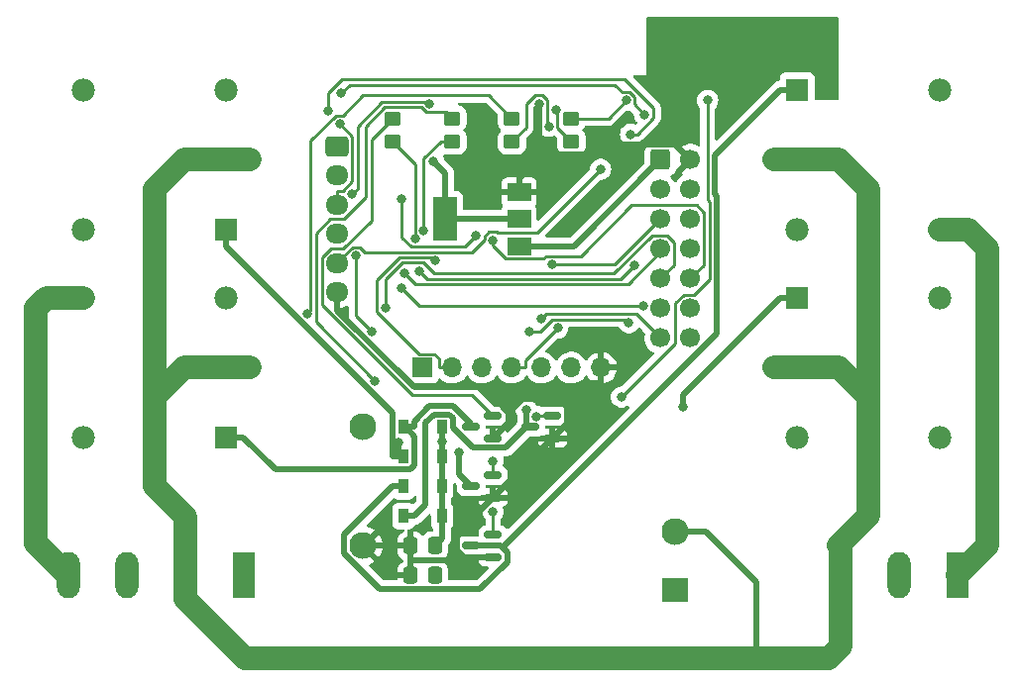
<source format=gbr>
%TF.GenerationSoftware,KiCad,Pcbnew,(6.0.4)*%
%TF.CreationDate,2022-04-22T12:19:16+05:30*%
%TF.ProjectId,esp32 switch,65737033-3220-4737-9769-7463682e6b69,rev?*%
%TF.SameCoordinates,Original*%
%TF.FileFunction,Copper,L2,Bot*%
%TF.FilePolarity,Positive*%
%FSLAX46Y46*%
G04 Gerber Fmt 4.6, Leading zero omitted, Abs format (unit mm)*
G04 Created by KiCad (PCBNEW (6.0.4)) date 2022-04-22 12:19:16*
%MOMM*%
%LPD*%
G01*
G04 APERTURE LIST*
G04 Aperture macros list*
%AMRoundRect*
0 Rectangle with rounded corners*
0 $1 Rounding radius*
0 $2 $3 $4 $5 $6 $7 $8 $9 X,Y pos of 4 corners*
0 Add a 4 corners polygon primitive as box body*
4,1,4,$2,$3,$4,$5,$6,$7,$8,$9,$2,$3,0*
0 Add four circle primitives for the rounded corners*
1,1,$1+$1,$2,$3*
1,1,$1+$1,$4,$5*
1,1,$1+$1,$6,$7*
1,1,$1+$1,$8,$9*
0 Add four rect primitives between the rounded corners*
20,1,$1+$1,$2,$3,$4,$5,0*
20,1,$1+$1,$4,$5,$6,$7,0*
20,1,$1+$1,$6,$7,$8,$9,0*
20,1,$1+$1,$8,$9,$2,$3,0*%
G04 Aperture macros list end*
%TA.AperFunction,ComponentPad*%
%ADD10RoundRect,0.250000X-0.600000X-0.600000X0.600000X-0.600000X0.600000X0.600000X-0.600000X0.600000X0*%
%TD*%
%TA.AperFunction,ComponentPad*%
%ADD11C,1.700000*%
%TD*%
%TA.AperFunction,ComponentPad*%
%ADD12R,2.300000X2.000000*%
%TD*%
%TA.AperFunction,ComponentPad*%
%ADD13C,2.300000*%
%TD*%
%TA.AperFunction,ComponentPad*%
%ADD14R,1.700000X1.700000*%
%TD*%
%TA.AperFunction,ComponentPad*%
%ADD15O,1.700000X1.700000*%
%TD*%
%TA.AperFunction,ComponentPad*%
%ADD16R,1.980000X3.960000*%
%TD*%
%TA.AperFunction,ComponentPad*%
%ADD17O,1.980000X3.960000*%
%TD*%
%TA.AperFunction,ComponentPad*%
%ADD18R,1.980000X1.980000*%
%TD*%
%TA.AperFunction,ComponentPad*%
%ADD19C,1.980000*%
%TD*%
%TA.AperFunction,ComponentPad*%
%ADD20C,1.935000*%
%TD*%
%TA.AperFunction,ComponentPad*%
%ADD21RoundRect,0.250000X-0.725000X0.600000X-0.725000X-0.600000X0.725000X-0.600000X0.725000X0.600000X0*%
%TD*%
%TA.AperFunction,ComponentPad*%
%ADD22O,1.950000X1.700000*%
%TD*%
%TA.AperFunction,SMDPad,CuDef*%
%ADD23RoundRect,0.150000X0.587500X0.150000X-0.587500X0.150000X-0.587500X-0.150000X0.587500X-0.150000X0*%
%TD*%
%TA.AperFunction,SMDPad,CuDef*%
%ADD24R,0.900000X1.200000*%
%TD*%
%TA.AperFunction,SMDPad,CuDef*%
%ADD25R,2.000000X1.500000*%
%TD*%
%TA.AperFunction,SMDPad,CuDef*%
%ADD26R,2.000000X3.800000*%
%TD*%
%TA.AperFunction,SMDPad,CuDef*%
%ADD27RoundRect,0.250000X-0.450000X0.350000X-0.450000X-0.350000X0.450000X-0.350000X0.450000X0.350000X0*%
%TD*%
%TA.AperFunction,SMDPad,CuDef*%
%ADD28RoundRect,0.250000X0.337500X0.475000X-0.337500X0.475000X-0.337500X-0.475000X0.337500X-0.475000X0*%
%TD*%
%TA.AperFunction,SMDPad,CuDef*%
%ADD29RoundRect,0.250000X-0.337500X-0.475000X0.337500X-0.475000X0.337500X0.475000X-0.337500X0.475000X0*%
%TD*%
%TA.AperFunction,ViaPad*%
%ADD30C,0.800000*%
%TD*%
%TA.AperFunction,Conductor*%
%ADD31C,0.500000*%
%TD*%
%TA.AperFunction,Conductor*%
%ADD32C,0.250000*%
%TD*%
%TA.AperFunction,Conductor*%
%ADD33C,2.000000*%
%TD*%
G04 APERTURE END LIST*
D10*
%TO.P,J3,1,Pin_1*%
%TO.N,VCC*%
X144780000Y-63500000D03*
D11*
%TO.P,J3,2,Pin_2*%
%TO.N,GND*%
X147320000Y-63500000D03*
%TO.P,J3,3,Pin_3*%
%TO.N,Net-(U2-Pad26)*%
X144780000Y-66040000D03*
%TO.P,J3,4,Pin_4*%
%TO.N,Net-(U2-Pad7)*%
X147320000Y-66040000D03*
%TO.P,J3,5,Pin_5*%
%TO.N,Net-(U2-Pad16)*%
X144780000Y-68580000D03*
%TO.P,J3,6,Pin_6*%
%TO.N,Net-(U2-Pad6)*%
X147320000Y-68580000D03*
%TO.P,J3,7,Pin_7*%
%TO.N,Net-(U2-Pad13)*%
X144780000Y-71120000D03*
%TO.P,J3,8,Pin_8*%
%TO.N,Net-(U2-Pad9)*%
X147320000Y-71120000D03*
%TO.P,J3,9,Pin_9*%
%TO.N,Net-(U2-Pad12)*%
X144780000Y-73660000D03*
%TO.P,J3,10,Pin_10*%
%TO.N,Net-(U2-Pad8)*%
X147320000Y-73660000D03*
%TO.P,J3,11,Pin_11*%
%TO.N,Net-(U2-Pad14)*%
X144780000Y-76200000D03*
%TO.P,J3,12,Pin_12*%
%TO.N,Net-(U2-Pad28)*%
X147320000Y-76200000D03*
%TO.P,J3,13,Pin_13*%
%TO.N,Net-(U2-Pad23)*%
X144780000Y-78740000D03*
%TO.P,J3,14,Pin_14*%
%TO.N,Net-(U2-Pad27)*%
X147320000Y-78740000D03*
%TD*%
D12*
%TO.P,PS1,1,AC/L*%
%TO.N,Net-(J1-Pad1)*%
X146050000Y-100330000D03*
D13*
%TO.P,PS1,2,AC/N*%
%TO.N,Net-(J1-Pad2)*%
X146050000Y-95330000D03*
%TO.P,PS1,3,-Vout*%
%TO.N,GND*%
X119380000Y-96520000D03*
%TO.P,PS1,4,+Vout*%
%TO.N,VCC*%
X119380000Y-86320000D03*
%TD*%
D14*
%TO.P,J6,1,Pin_1*%
%TO.N,VCC*%
X124460000Y-81280000D03*
D15*
%TO.P,J6,2,Pin_2*%
%TO.N,Net-(J6-Pad2)*%
X127000000Y-81280000D03*
%TO.P,J6,3,Pin_3*%
%TO.N,Net-(J6-Pad3)*%
X129540000Y-81280000D03*
%TO.P,J6,4,Pin_4*%
%TO.N,Net-(J6-Pad4)*%
X132080000Y-81280000D03*
%TO.P,J6,5,Pin_5*%
%TO.N,Net-(J6-Pad5)*%
X134620000Y-81280000D03*
%TO.P,J6,6,Pin_6*%
%TO.N,Net-(J6-Pad6)*%
X137160000Y-81280000D03*
%TO.P,J6,7,Pin_7*%
%TO.N,GND*%
X139700000Y-81280000D03*
%TD*%
D16*
%TO.P,J1,1,Pin_1*%
%TO.N,Net-(J1-Pad1)*%
X109220000Y-99060000D03*
D17*
%TO.P,J1,2,Pin_2*%
%TO.N,Net-(J1-Pad2)*%
X104220000Y-99060000D03*
%TO.P,J1,3,Pin_3*%
%TO.N,Net-(J1-Pad3)*%
X99220000Y-99060000D03*
%TO.P,J1,4,Pin_4*%
%TO.N,Net-(J1-Pad4)*%
X94220000Y-99060000D03*
%TD*%
D18*
%TO.P,K3,A1*%
%TO.N,Net-(D3-Pad2)*%
X156460000Y-57500000D03*
D19*
%TO.P,K3,A2*%
%TO.N,VCC*%
X156460000Y-69500000D03*
D20*
%TO.P,K3,COM*%
%TO.N,Net-(J1-Pad2)*%
X154460000Y-63500000D03*
D19*
%TO.P,K3,NC*%
%TO.N,unconnected-(K3-PadNC)*%
X168660000Y-57500000D03*
%TO.P,K3,NO*%
%TO.N,Net-(J2-Pad1)*%
X168660000Y-69500000D03*
%TD*%
D16*
%TO.P,J2,1,Pin_1*%
%TO.N,Net-(J2-Pad1)*%
X170180000Y-99060000D03*
D17*
%TO.P,J2,2,Pin_2*%
%TO.N,Net-(J2-Pad2)*%
X165180000Y-99060000D03*
%TO.P,J2,3,Pin_3*%
%TO.N,Net-(J1-Pad2)*%
X160180000Y-99060000D03*
%TD*%
D18*
%TO.P,K1,A1*%
%TO.N,Net-(D1-Pad2)*%
X107700000Y-87280000D03*
D19*
%TO.P,K1,A2*%
%TO.N,VCC*%
X107700000Y-75280000D03*
D20*
%TO.P,K1,COM*%
%TO.N,Net-(J1-Pad2)*%
X109700000Y-81280000D03*
D19*
%TO.P,K1,NC*%
%TO.N,unconnected-(K1-PadNC)*%
X95500000Y-87280000D03*
%TO.P,K1,NO*%
%TO.N,Net-(J1-Pad4)*%
X95500000Y-75280000D03*
%TD*%
D21*
%TO.P,J5,1,Pin_1*%
%TO.N,VCC*%
X117140000Y-62330000D03*
D22*
%TO.P,J5,2,Pin_2*%
%TO.N,Net-(J5-Pad2)*%
X117140000Y-64830000D03*
%TO.P,J5,3,Pin_3*%
%TO.N,Net-(J5-Pad3)*%
X117140000Y-67330000D03*
%TO.P,J5,4,Pin_4*%
%TO.N,Net-(J5-Pad4)*%
X117140000Y-69830000D03*
%TO.P,J5,5,Pin_5*%
%TO.N,Net-(J5-Pad5)*%
X117140000Y-72330000D03*
%TO.P,J5,6,Pin_6*%
%TO.N,GND*%
X117140000Y-74830000D03*
%TD*%
D18*
%TO.P,K4,A1*%
%TO.N,Net-(D4-Pad2)*%
X156460000Y-75280000D03*
D19*
%TO.P,K4,A2*%
%TO.N,VCC*%
X156460000Y-87280000D03*
D20*
%TO.P,K4,COM*%
%TO.N,Net-(J1-Pad2)*%
X154460000Y-81280000D03*
D19*
%TO.P,K4,NC*%
%TO.N,unconnected-(K4-PadNC)*%
X168660000Y-75280000D03*
%TO.P,K4,NO*%
%TO.N,Net-(J2-Pad2)*%
X168660000Y-87280000D03*
%TD*%
D18*
%TO.P,K2,A1*%
%TO.N,Net-(D2-Pad2)*%
X107700000Y-69500000D03*
D19*
%TO.P,K2,A2*%
%TO.N,VCC*%
X107700000Y-57500000D03*
D20*
%TO.P,K2,COM*%
%TO.N,Net-(J1-Pad2)*%
X109700000Y-63500000D03*
D19*
%TO.P,K2,NC*%
%TO.N,unconnected-(K2-PadNC)*%
X95500000Y-69500000D03*
%TO.P,K2,NO*%
%TO.N,Net-(J1-Pad3)*%
X95500000Y-57500000D03*
%TD*%
D23*
%TO.P,Q3,1,B*%
%TO.N,Net-(Q3-Pad1)*%
X130477500Y-95570000D03*
%TO.P,Q3,2,E*%
%TO.N,GND*%
X130477500Y-97470000D03*
%TO.P,Q3,3,C*%
%TO.N,Net-(D3-Pad2)*%
X128602500Y-96520000D03*
%TD*%
D24*
%TO.P,D1,1,K*%
%TO.N,VCC*%
X126110000Y-86360000D03*
%TO.P,D1,2,A*%
%TO.N,Net-(D1-Pad2)*%
X122810000Y-86360000D03*
%TD*%
D25*
%TO.P,U1,1,ADJ*%
%TO.N,GND*%
X132690000Y-66280000D03*
%TO.P,U1,2,VO*%
%TO.N,Net-(U1-Pad2)*%
X132690000Y-68580000D03*
D26*
X126390000Y-68580000D03*
D25*
%TO.P,U1,3,VI*%
%TO.N,VCC*%
X132690000Y-70880000D03*
%TD*%
D23*
%TO.P,Q4,1,B*%
%TO.N,Net-(Q4-Pad1)*%
X135557500Y-85410000D03*
%TO.P,Q4,2,E*%
%TO.N,GND*%
X135557500Y-87310000D03*
%TO.P,Q4,3,C*%
%TO.N,Net-(D4-Pad2)*%
X133682500Y-86360000D03*
%TD*%
%TO.P,Q2,1,B*%
%TO.N,Net-(Q2-Pad1)*%
X130477500Y-90490000D03*
%TO.P,Q2,2,E*%
%TO.N,GND*%
X130477500Y-92390000D03*
%TO.P,Q2,3,C*%
%TO.N,Net-(D2-Pad2)*%
X128602500Y-91440000D03*
%TD*%
D24*
%TO.P,D4,1,K*%
%TO.N,VCC*%
X126110000Y-93980000D03*
%TO.P,D4,2,A*%
%TO.N,Net-(D4-Pad2)*%
X122810000Y-93980000D03*
%TD*%
D23*
%TO.P,Q1,1,B*%
%TO.N,Net-(Q1-Pad1)*%
X130477500Y-85410000D03*
%TO.P,Q1,2,E*%
%TO.N,GND*%
X130477500Y-87310000D03*
%TO.P,Q1,3,C*%
%TO.N,Net-(D1-Pad2)*%
X128602500Y-86360000D03*
%TD*%
D24*
%TO.P,D3,1,K*%
%TO.N,VCC*%
X126110000Y-91440000D03*
%TO.P,D3,2,A*%
%TO.N,Net-(D3-Pad2)*%
X122810000Y-91440000D03*
%TD*%
D27*
%TO.P,R4,1*%
%TO.N,Net-(Q4-Pad1)*%
X137160000Y-59960000D03*
%TO.P,R4,2*%
%TO.N,Net-(R4-Pad2)*%
X137160000Y-61960000D03*
%TD*%
D24*
%TO.P,D2,1,K*%
%TO.N,VCC*%
X126110000Y-88900000D03*
%TO.P,D2,2,A*%
%TO.N,Net-(D2-Pad2)*%
X122810000Y-88900000D03*
%TD*%
D28*
%TO.P,C1,1*%
%TO.N,VCC*%
X125497500Y-96520000D03*
%TO.P,C1,2*%
%TO.N,GND*%
X123422500Y-96520000D03*
%TD*%
D27*
%TO.P,R3,1*%
%TO.N,Net-(Q3-Pad1)*%
X132080000Y-59960000D03*
%TO.P,R3,2*%
%TO.N,Net-(R3-Pad2)*%
X132080000Y-61960000D03*
%TD*%
%TO.P,R2,1*%
%TO.N,Net-(Q2-Pad1)*%
X127000000Y-59960000D03*
%TO.P,R2,2*%
%TO.N,Net-(R2-Pad2)*%
X127000000Y-61960000D03*
%TD*%
%TO.P,R1,1*%
%TO.N,Net-(Q1-Pad1)*%
X121920000Y-59960000D03*
%TO.P,R1,2*%
%TO.N,Net-(R1-Pad2)*%
X121920000Y-61960000D03*
%TD*%
D29*
%TO.P,C2,1*%
%TO.N,GND*%
X123422500Y-99060000D03*
%TO.P,C2,2*%
%TO.N,Net-(J4-Pad1)*%
X125497500Y-99060000D03*
%TD*%
D30*
%TO.N,VCC*%
X126110000Y-87630000D03*
%TO.N,Net-(D2-Pad2)*%
X122359900Y-87689700D03*
X127591900Y-88487000D03*
%TO.N,Net-(D4-Pad2)*%
X133303800Y-84854600D03*
X146680300Y-84641700D03*
%TO.N,GND*%
X134391900Y-58700800D03*
%TO.N,Net-(U2-Pad7)*%
X117514300Y-57780000D03*
X143407400Y-59614700D03*
%TO.N,Net-(U2-Pad8)*%
X130442800Y-70368500D03*
X128992100Y-70017800D03*
X122681200Y-66845000D03*
%TO.N,Net-(J5-Pad2)*%
X120120300Y-78158500D03*
X133608400Y-78158500D03*
X142067800Y-77429400D03*
X118774700Y-71693100D03*
%TO.N,Net-(J5-Pad3)*%
X116381800Y-59354700D03*
X117382200Y-60428300D03*
X142223000Y-61319100D03*
%TO.N,Net-(J5-Pad4)*%
X125058700Y-58700800D03*
X118441400Y-66444400D03*
%TO.N,Net-(J5-Pad5)*%
X139652500Y-64305000D03*
%TO.N,Net-(Q2-Pad1)*%
X130477500Y-89270100D03*
X120355800Y-82388100D03*
%TO.N,Net-(Q3-Pad1)*%
X114623200Y-76675200D03*
X130477500Y-93619100D03*
%TO.N,Net-(Q4-Pad1)*%
X141855400Y-58410500D03*
X141442000Y-83791400D03*
X148799400Y-58410500D03*
X134186100Y-85456900D03*
%TO.N,Net-(R1-Pad2)*%
X123807200Y-70207100D03*
%TO.N,Net-(R2-Pad2)*%
X124550100Y-69535200D03*
%TO.N,Net-(R3-Pad2)*%
X135242200Y-60635700D03*
%TO.N,Net-(R4-Pad2)*%
X135877300Y-59225000D03*
%TO.N,Net-(U2-Pad9)*%
X142567900Y-72484600D03*
X124184200Y-73008700D03*
%TO.N,Net-(U2-Pad12)*%
X121318400Y-76135700D03*
%TO.N,Net-(U2-Pad13)*%
X122883600Y-73195000D03*
%TO.N,Net-(U2-Pad14)*%
X122640600Y-74465000D03*
X143300800Y-75963700D03*
%TO.N,Net-(U2-Pad16)*%
X135509600Y-72469700D03*
%TO.N,Net-(U2-Pad23)*%
X134583100Y-77089200D03*
%TO.N,Net-(J6-Pad2)*%
X125509300Y-72108200D03*
%TO.N,Net-(J6-Pad4)*%
X135985300Y-77883900D03*
%TO.N,Net-(U1-Pad2)*%
X125379599Y-63604999D03*
%TD*%
D31*
%TO.N,Net-(U1-Pad2)*%
X126390000Y-64615400D02*
X125379599Y-63604999D01*
X126390000Y-68580000D02*
X126390000Y-64615400D01*
D32*
%TO.N,Net-(R2-Pad2)*%
X126000000Y-61960000D02*
X127000000Y-61960000D01*
X124550100Y-63409900D02*
X126000000Y-61960000D01*
X124550100Y-69535200D02*
X124550100Y-63409900D01*
D31*
%TO.N,Net-(U1-Pad2)*%
X132690000Y-68580000D02*
X126390000Y-68580000D01*
%TO.N,VCC*%
X126110000Y-88900000D02*
X126110000Y-91440000D01*
X126110000Y-87630000D02*
X126110000Y-88900000D01*
X132690000Y-70880000D02*
X137400000Y-70880000D01*
X125497500Y-96520000D02*
X126110000Y-95907500D01*
X137400000Y-70880000D02*
X144780000Y-63500000D01*
X126110000Y-93980000D02*
X126110000Y-91440000D01*
X126110000Y-95907500D02*
X126110000Y-93980000D01*
X126110000Y-86360000D02*
X126110000Y-87630000D01*
%TO.N,Net-(D1-Pad2)*%
X123751600Y-87141600D02*
X122970000Y-86360000D01*
X107700000Y-87280000D02*
X109140300Y-87280000D01*
X123260200Y-86360000D02*
X122970000Y-86360000D01*
X123751600Y-89657800D02*
X123751600Y-87141600D01*
X123710300Y-85925000D02*
X123710300Y-86360000D01*
X123260200Y-86360000D02*
X123710300Y-86360000D01*
X109140300Y-87280000D02*
X111855200Y-89994900D01*
X123414500Y-89994900D02*
X123751600Y-89657800D01*
X125059500Y-84575800D02*
X123710300Y-85925000D01*
X111855200Y-89994900D02*
X123414500Y-89994900D01*
X128602500Y-86360000D02*
X128602500Y-86112400D01*
X128602500Y-86112400D02*
X127065900Y-84575800D01*
X122810000Y-86360000D02*
X122970000Y-86360000D01*
X127065900Y-84575800D02*
X125059500Y-84575800D01*
%TO.N,Net-(D2-Pad2)*%
X107700000Y-70940300D02*
X107700000Y-70954500D01*
X127591900Y-90429400D02*
X127591900Y-88487000D01*
X121909700Y-85164200D02*
X121909700Y-88900000D01*
X122359900Y-88900000D02*
X122359900Y-87689700D01*
X107700000Y-69500000D02*
X107700000Y-70940300D01*
X122810000Y-88900000D02*
X122359900Y-88900000D01*
X122359900Y-88900000D02*
X121909700Y-88900000D01*
X107700000Y-70954500D02*
X121909700Y-85164200D01*
X128602500Y-91440000D02*
X127591900Y-90429400D01*
%TO.N,Net-(D3-Pad2)*%
X131255100Y-96657300D02*
X149535800Y-78376600D01*
X122810000Y-91440000D02*
X121909700Y-91440000D01*
X131667100Y-97944100D02*
X129371300Y-100239900D01*
X149535800Y-78376600D02*
X149535800Y-66571000D01*
X117754700Y-97178800D02*
X117754700Y-95595000D01*
X131255100Y-96657300D02*
X131667100Y-97069300D01*
X149386800Y-63132900D02*
X155019700Y-57500000D01*
X128602500Y-96520000D02*
X131117800Y-96520000D01*
X149386800Y-66422000D02*
X149386800Y-63132900D01*
X149535800Y-66571000D02*
X149386800Y-66422000D01*
X129371300Y-100239900D02*
X120815800Y-100239900D01*
X120815800Y-100239900D02*
X117754700Y-97178800D01*
X117754700Y-95595000D02*
X121909700Y-91440000D01*
X156460000Y-57500000D02*
X155019700Y-57500000D01*
X131667100Y-97069300D02*
X131667100Y-97944100D01*
X131117800Y-96520000D02*
X131255100Y-96657300D01*
%TO.N,Net-(D4-Pad2)*%
X124701000Y-92989300D02*
X124701000Y-86000100D01*
X123710300Y-93980000D02*
X124701000Y-92989300D01*
X155019700Y-75280000D02*
X146680300Y-83619400D01*
X126748000Y-85276100D02*
X127023300Y-85551400D01*
X125425000Y-85276100D02*
X126748000Y-85276100D01*
X131562900Y-88100900D02*
X133303800Y-86360000D01*
X156460000Y-75280000D02*
X155019700Y-75280000D01*
X133303800Y-86360000D02*
X133682500Y-86360000D01*
X127023300Y-85551400D02*
X127023300Y-86377500D01*
X146680300Y-83619400D02*
X146680300Y-84641700D01*
X133303800Y-86360000D02*
X133303800Y-84854600D01*
X122810000Y-93980000D02*
X123710300Y-93980000D01*
X128746700Y-88100900D02*
X131562900Y-88100900D01*
X127023300Y-86377500D02*
X128746700Y-88100900D01*
X124701000Y-86000100D02*
X125425000Y-85276100D01*
D33*
%TO.N,Net-(J1-Pad4)*%
X92360000Y-75280000D02*
X91440000Y-76200000D01*
X91440000Y-76200000D02*
X91440000Y-96280000D01*
X91440000Y-96280000D02*
X94220000Y-99060000D01*
X95500000Y-75280000D02*
X92360000Y-75280000D01*
%TO.N,Net-(J2-Pad1)*%
X172720000Y-71120000D02*
X172720000Y-96520000D01*
X171100000Y-69500000D02*
X172720000Y-71120000D01*
X168660000Y-69500000D02*
X171100000Y-69500000D01*
X172720000Y-96520000D02*
X170180000Y-99060000D01*
D31*
%TO.N,GND*%
X136785200Y-84647200D02*
X136785200Y-86082300D01*
X138852100Y-82580300D02*
X136785200Y-84647200D01*
X139793700Y-62192900D02*
X138963500Y-63023100D01*
X129679800Y-82980200D02*
X131805300Y-85105700D01*
X117140000Y-76380700D02*
X123739500Y-82980200D01*
X134524500Y-63245200D02*
X134524500Y-63023100D01*
X117140000Y-74830000D02*
X117140000Y-76380700D01*
X139700000Y-81280000D02*
X139700000Y-82580300D01*
X136785200Y-84647200D02*
X136105800Y-83967800D01*
X123422500Y-96520000D02*
X119380000Y-96520000D01*
X146012900Y-62192900D02*
X139793700Y-62192900D01*
X127944900Y-97470000D02*
X130477500Y-97470000D01*
X123422500Y-99060000D02*
X123422500Y-97736400D01*
X132690000Y-65079700D02*
X134524500Y-63245200D01*
X132943200Y-83967800D02*
X131805300Y-85105700D01*
X123739500Y-82980200D02*
X129679800Y-82980200D01*
X126604700Y-97736400D02*
X123422500Y-97736400D01*
X127408000Y-95459500D02*
X127408000Y-96933100D01*
X132690000Y-66280000D02*
X132690000Y-65079700D01*
X147320000Y-63500000D02*
X146012900Y-62192900D01*
X134391900Y-62890500D02*
X134391900Y-58700800D01*
X138963500Y-63023100D02*
X134524500Y-63023100D01*
X127408000Y-96933100D02*
X127944900Y-97470000D01*
X130477500Y-92390000D02*
X127408000Y-95459500D01*
X135557500Y-87310000D02*
X130477500Y-92390000D01*
X136785200Y-86082300D02*
X135557500Y-87310000D01*
X136105800Y-83967800D02*
X132943200Y-83967800D01*
X123422500Y-97736400D02*
X123422500Y-96520000D01*
X139700000Y-82580300D02*
X138852100Y-82580300D01*
X131805300Y-85982200D02*
X130477500Y-87310000D01*
X131805300Y-85105700D02*
X131805300Y-85982200D01*
X134524500Y-63023100D02*
X134391900Y-62890500D01*
X127408000Y-96933100D02*
X126604700Y-97736400D01*
D33*
%TO.N,Net-(J1-Pad2)*%
X104220000Y-94060000D02*
X104220000Y-99060000D01*
X159153535Y-106108762D02*
X160180000Y-105082297D01*
X104140000Y-81280000D02*
X101600000Y-83820000D01*
X154460000Y-63500000D02*
X160020000Y-63500000D01*
X160020000Y-96520000D02*
X160180000Y-96680000D01*
X104140000Y-63500000D02*
X101600000Y-66040000D01*
D31*
X146050000Y-95330000D02*
X148670000Y-95330000D01*
D33*
X101600000Y-83820000D02*
X101600000Y-91440000D01*
X160180000Y-96680000D02*
X160180000Y-99060000D01*
X154460000Y-81280000D02*
X160020000Y-81280000D01*
X104220000Y-101060000D02*
X109268762Y-106108762D01*
X162560000Y-93980000D02*
X160020000Y-96520000D01*
X101600000Y-91440000D02*
X104220000Y-94060000D01*
X109268762Y-106108762D02*
X152971238Y-106108762D01*
X101600000Y-66040000D02*
X101600000Y-83820000D01*
X109700000Y-63500000D02*
X104140000Y-63500000D01*
X104220000Y-99060000D02*
X104220000Y-101060000D01*
X160020000Y-63500000D02*
X162560000Y-66040000D01*
X162560000Y-83820000D02*
X162560000Y-93980000D01*
X160180000Y-105082297D02*
X160180000Y-99060000D01*
D31*
X148670000Y-95330000D02*
X152971238Y-99631238D01*
D33*
X109700000Y-81280000D02*
X104140000Y-81280000D01*
X152971238Y-106108762D02*
X159153535Y-106108762D01*
X160020000Y-81280000D02*
X162560000Y-83820000D01*
X162560000Y-66040000D02*
X162560000Y-83820000D01*
D31*
X152971238Y-99631238D02*
X152971238Y-106108762D01*
D32*
%TO.N,Net-(U2-Pad7)*%
X142580700Y-58110000D02*
X142155900Y-57685200D01*
X141516500Y-57723700D02*
X140867500Y-57074800D01*
X142580700Y-58711000D02*
X142580700Y-58110000D01*
X142155900Y-57685200D02*
X141555000Y-57685200D01*
X118219500Y-57074800D02*
X117514300Y-57780000D01*
X143407400Y-59614700D02*
X142542200Y-58749500D01*
X141555000Y-57685200D02*
X141516500Y-57723700D01*
X142542200Y-58749500D02*
X142580700Y-58711000D01*
X140867500Y-57074800D02*
X118219500Y-57074800D01*
%TO.N,Net-(U2-Pad8)*%
X142325900Y-67397600D02*
X147882000Y-67397600D01*
X128077400Y-70932500D02*
X123482000Y-70932500D01*
X137993400Y-71730100D02*
X142325900Y-67397600D01*
X148495300Y-68010900D02*
X148495300Y-72484700D01*
X148495300Y-72484700D02*
X147320000Y-73660000D01*
X134784200Y-71955400D02*
X135009500Y-71730100D01*
X122681200Y-70131700D02*
X122681200Y-66845000D01*
X135009500Y-71730100D02*
X137993400Y-71730100D01*
X130442800Y-70846600D02*
X131551600Y-71955400D01*
X123482000Y-70932500D02*
X122681200Y-70131700D01*
X128992100Y-70017800D02*
X128077400Y-70932500D01*
X147882000Y-67397600D02*
X148495300Y-68010900D01*
X131551600Y-71955400D02*
X134784200Y-71955400D01*
X130442800Y-70368500D02*
X130442800Y-70846600D01*
%TO.N,Net-(J5-Pad2)*%
X118774700Y-71693100D02*
X118774700Y-76812900D01*
X118774700Y-76812900D02*
X120120300Y-78158500D01*
X142067800Y-77429400D02*
X141783900Y-77145500D01*
X135555700Y-77145500D02*
X134542700Y-78158500D01*
X134542700Y-78158500D02*
X133608400Y-78158500D01*
X141783900Y-77145500D02*
X135555700Y-77145500D01*
%TO.N,Net-(J5-Pad3)*%
X116381800Y-57817300D02*
X116381800Y-59354700D01*
X117574600Y-56624500D02*
X116381800Y-57817300D01*
X117140000Y-67330000D02*
X117140000Y-66154700D01*
X142759500Y-61319100D02*
X144160500Y-59918100D01*
X117655200Y-66154700D02*
X118441400Y-65368500D01*
X117140000Y-66154700D02*
X117655200Y-66154700D01*
X141732100Y-56624500D02*
X117574600Y-56624500D01*
X118441400Y-61487500D02*
X117382200Y-60428300D01*
X144160500Y-59052900D02*
X141732100Y-56624500D01*
X142223000Y-61319100D02*
X142759500Y-61319100D01*
X144160500Y-59918100D02*
X144160500Y-59052900D01*
X118441400Y-65368500D02*
X118441400Y-61487500D01*
%TO.N,Net-(J5-Pad4)*%
X118891700Y-65994100D02*
X118891700Y-60648700D01*
X118891700Y-60648700D02*
X120977200Y-58563200D01*
X118441400Y-66444400D02*
X118891700Y-65994100D01*
X120977200Y-58563200D02*
X124921100Y-58563200D01*
X124921100Y-58563200D02*
X125058700Y-58700800D01*
%TO.N,Net-(J5-Pad5)*%
X117140000Y-72302100D02*
X117140000Y-72330000D01*
X130824000Y-69723900D02*
X130743300Y-69643200D01*
X129717400Y-70061500D02*
X129717400Y-70318300D01*
X130743300Y-69643200D02*
X130135700Y-69643200D01*
X134233600Y-69723900D02*
X130824000Y-69723900D01*
X130135700Y-69643200D02*
X129717400Y-70061500D01*
X139652500Y-64305000D02*
X134233600Y-69723900D01*
X118474300Y-70967800D02*
X117140000Y-72302100D01*
X119490200Y-71382800D02*
X119075200Y-70967800D01*
X129717400Y-70318300D02*
X128652900Y-71382800D01*
X119075200Y-70967800D02*
X118474300Y-70967800D01*
X128652900Y-71382800D02*
X119490200Y-71382800D01*
%TO.N,Net-(Q1-Pad1)*%
X121920000Y-59960000D02*
X120066600Y-61813400D01*
X115835100Y-75889500D02*
X123564300Y-83618700D01*
X117688600Y-71080000D02*
X116600100Y-71080000D01*
X116600100Y-71080000D02*
X115835100Y-71845000D01*
X128686200Y-83618700D02*
X130477500Y-85410000D01*
X115835100Y-71845000D02*
X115835100Y-75889500D01*
X120066600Y-61813400D02*
X120066600Y-68702000D01*
X120066600Y-68702000D02*
X117688600Y-71080000D01*
X123564300Y-83618700D02*
X128686200Y-83618700D01*
%TO.N,Net-(Q2-Pad1)*%
X119616300Y-60639000D02*
X121239900Y-59015400D01*
X117706100Y-68580000D02*
X119616300Y-66669800D01*
X115348700Y-77381000D02*
X115348700Y-69777800D01*
X120355800Y-82388100D02*
X115348700Y-77381000D01*
X124758300Y-59426100D02*
X126466100Y-59426100D01*
X124347600Y-59015400D02*
X124758300Y-59426100D01*
X126466100Y-59426100D02*
X127000000Y-59960000D01*
X115348700Y-69777800D02*
X116546500Y-68580000D01*
X116546500Y-68580000D02*
X117706100Y-68580000D01*
X130477500Y-90490000D02*
X130477500Y-89270100D01*
X119616300Y-66669800D02*
X119616300Y-60639000D01*
X121239900Y-59015400D02*
X124347600Y-59015400D01*
%TO.N,Net-(Q3-Pad1)*%
X130477500Y-95570000D02*
X130477500Y-93619100D01*
X114623200Y-76675200D02*
X114898300Y-76400100D01*
X114898300Y-76400100D02*
X114898300Y-61886500D01*
X117627100Y-59703000D02*
X119354700Y-57975400D01*
X119354700Y-57975400D02*
X130095400Y-57975400D01*
X117081800Y-59703000D02*
X117627100Y-59703000D01*
X130095400Y-57975400D02*
X132080000Y-59960000D01*
X114898300Y-61886500D02*
X117081800Y-59703000D01*
%TO.N,Net-(Q4-Pad1)*%
X137160000Y-59960000D02*
X140305900Y-59960000D01*
X141442000Y-83791400D02*
X146050000Y-79183400D01*
X148799400Y-66937900D02*
X148799400Y-58410500D01*
X140305900Y-59960000D02*
X141855400Y-58410500D01*
X148960400Y-67098900D02*
X148799400Y-66937900D01*
X148960400Y-73687800D02*
X148960400Y-67098900D01*
X135557500Y-85410000D02*
X134233000Y-85410000D01*
X146050000Y-79183400D02*
X146050000Y-75713000D01*
X134233000Y-85410000D02*
X134186100Y-85456900D01*
X147623600Y-75024600D02*
X148960400Y-73687800D01*
X146738400Y-75024600D02*
X147623600Y-75024600D01*
X146050000Y-75713000D02*
X146738400Y-75024600D01*
%TO.N,Net-(R1-Pad2)*%
X123807200Y-63847200D02*
X121920000Y-61960000D01*
X123807200Y-70207100D02*
X123807200Y-63847200D01*
%TO.N,Net-(R3-Pad2)*%
X133293000Y-58726300D02*
X134043900Y-57975400D01*
X134703200Y-57975400D02*
X135131000Y-58403200D01*
X132080000Y-61960000D02*
X133293000Y-60747000D01*
X135131000Y-58403200D02*
X135131000Y-60524500D01*
X134043900Y-57975400D02*
X134703200Y-57975400D01*
X133293000Y-60747000D02*
X133293000Y-58726300D01*
X135131000Y-60524500D02*
X135242200Y-60635700D01*
%TO.N,Net-(R4-Pad2)*%
X135967500Y-59315200D02*
X135877300Y-59225000D01*
X135967500Y-60767500D02*
X135967500Y-59315200D01*
X137160000Y-61960000D02*
X135967500Y-60767500D01*
%TO.N,Net-(U2-Pad9)*%
X124865000Y-73689500D02*
X141363000Y-73689500D01*
X141363000Y-73689500D02*
X142567900Y-72484600D01*
X124184200Y-73008700D02*
X124865000Y-73689500D01*
%TO.N,Net-(U2-Pad12)*%
X124484700Y-72283400D02*
X125440500Y-73239200D01*
X121318400Y-76135700D02*
X121318400Y-73728000D01*
X144052300Y-69944600D02*
X145305600Y-69944600D01*
X145305600Y-69944600D02*
X145956900Y-70595900D01*
X145956900Y-72483100D02*
X144780000Y-73660000D01*
X145956900Y-70595900D02*
X145956900Y-72483100D01*
X122763000Y-72283400D02*
X124484700Y-72283400D01*
X125440500Y-73239200D02*
X140757700Y-73239200D01*
X121318400Y-73728000D02*
X122763000Y-72283400D01*
X140757700Y-73239200D02*
X144052300Y-69944600D01*
%TO.N,Net-(U2-Pad13)*%
X142000100Y-74139800D02*
X144780000Y-71359900D01*
X122883600Y-73195000D02*
X123828400Y-74139800D01*
X123828400Y-74139800D02*
X142000100Y-74139800D01*
X144780000Y-71359900D02*
X144780000Y-71120000D01*
%TO.N,Net-(U2-Pad14)*%
X124139300Y-75963700D02*
X143300800Y-75963700D01*
X122640600Y-74465000D02*
X124139300Y-75963700D01*
%TO.N,Net-(U2-Pad16)*%
X140890300Y-72469700D02*
X135509600Y-72469700D01*
X144780000Y-68580000D02*
X140890300Y-72469700D01*
%TO.N,Net-(U2-Pad23)*%
X134977100Y-76695200D02*
X134583100Y-77089200D01*
X144780000Y-78740000D02*
X142735200Y-76695200D01*
X142735200Y-76695200D02*
X134977100Y-76695200D01*
%TO.N,Net-(J6-Pad2)*%
X127000000Y-81280000D02*
X125824700Y-81280000D01*
X120563800Y-73779700D02*
X122510400Y-71833100D01*
X125824700Y-80471900D02*
X125457500Y-80104700D01*
X124182300Y-80104700D02*
X120563800Y-76486200D01*
X125824700Y-81280000D02*
X125824700Y-80471900D01*
X122510400Y-71833100D02*
X125234200Y-71833100D01*
X125234200Y-71833100D02*
X125509300Y-72108200D01*
X125457500Y-80104700D02*
X124182300Y-80104700D01*
X120563800Y-76486200D02*
X120563800Y-73779700D01*
%TO.N,Net-(J6-Pad4)*%
X133255300Y-80613900D02*
X135985300Y-77883900D01*
X132080000Y-81280000D02*
X133255300Y-81280000D01*
X133255300Y-81280000D02*
X133255300Y-80613900D01*
%TD*%
%TA.AperFunction,Conductor*%
%TO.N,GND*%
G36*
X123892123Y-92252247D02*
G01*
X123934605Y-92309131D01*
X123942500Y-92353030D01*
X123942500Y-92622929D01*
X123922498Y-92691050D01*
X123905595Y-92712024D01*
X123687713Y-92929906D01*
X123625401Y-92963932D01*
X123554586Y-92958867D01*
X123523054Y-92941638D01*
X123513891Y-92934770D01*
X123513888Y-92934768D01*
X123506705Y-92929385D01*
X123370316Y-92878255D01*
X123308134Y-92871500D01*
X122311866Y-92871500D01*
X122249684Y-92878255D01*
X122113295Y-92929385D01*
X121996739Y-93016739D01*
X121909385Y-93133295D01*
X121858255Y-93269684D01*
X121851500Y-93331866D01*
X121851500Y-94628134D01*
X121858255Y-94690316D01*
X121909385Y-94826705D01*
X121996739Y-94943261D01*
X122113295Y-95030615D01*
X122249684Y-95081745D01*
X122311866Y-95088500D01*
X122780986Y-95088500D01*
X122849107Y-95108502D01*
X122895600Y-95162158D01*
X122905704Y-95232432D01*
X122876210Y-95297012D01*
X122820862Y-95334024D01*
X122768216Y-95351588D01*
X122755038Y-95357761D01*
X122617193Y-95443063D01*
X122605792Y-95452099D01*
X122491261Y-95566829D01*
X122482249Y-95578240D01*
X122397184Y-95716243D01*
X122391037Y-95729424D01*
X122339862Y-95883710D01*
X122336995Y-95897086D01*
X122327328Y-95991438D01*
X122327000Y-95997855D01*
X122327000Y-96247885D01*
X122331475Y-96263124D01*
X122332865Y-96264329D01*
X122340548Y-96266000D01*
X123150385Y-96266000D01*
X123165624Y-96261525D01*
X123166829Y-96260135D01*
X123168500Y-96252452D01*
X123168500Y-95305116D01*
X123155487Y-95260798D01*
X123148548Y-95250001D01*
X123148546Y-95179004D01*
X123186929Y-95119277D01*
X123251509Y-95089783D01*
X123269443Y-95088500D01*
X123308134Y-95088500D01*
X123370316Y-95081745D01*
X123506705Y-95030615D01*
X123623261Y-94943261D01*
X123710615Y-94826705D01*
X123713767Y-94818297D01*
X123713769Y-94818294D01*
X123715684Y-94813185D01*
X123758324Y-94756420D01*
X123823450Y-94731828D01*
X123852639Y-94729454D01*
X123852642Y-94729453D01*
X123859937Y-94728860D01*
X123866901Y-94726604D01*
X123872860Y-94725413D01*
X123878715Y-94724029D01*
X123885981Y-94723182D01*
X123954627Y-94698265D01*
X123958755Y-94696848D01*
X124021236Y-94676607D01*
X124021238Y-94676606D01*
X124028199Y-94674351D01*
X124034454Y-94670555D01*
X124039928Y-94668049D01*
X124045358Y-94665330D01*
X124052237Y-94662833D01*
X124060153Y-94657643D01*
X124113276Y-94622814D01*
X124116980Y-94620477D01*
X124179407Y-94582595D01*
X124187784Y-94575197D01*
X124187808Y-94575224D01*
X124190800Y-94572571D01*
X124194033Y-94569868D01*
X124200152Y-94565856D01*
X124253428Y-94509617D01*
X124255806Y-94507175D01*
X124936405Y-93826576D01*
X124998717Y-93792550D01*
X125069532Y-93797615D01*
X125126368Y-93840162D01*
X125151179Y-93906682D01*
X125151500Y-93915671D01*
X125151500Y-94628134D01*
X125158255Y-94690316D01*
X125209385Y-94826705D01*
X125296739Y-94943261D01*
X125303919Y-94948642D01*
X125310269Y-94954992D01*
X125308634Y-94956627D01*
X125343579Y-95003359D01*
X125351500Y-95047329D01*
X125351500Y-95160500D01*
X125331498Y-95228621D01*
X125277842Y-95275114D01*
X125225500Y-95286500D01*
X125109600Y-95286500D01*
X125106354Y-95286837D01*
X125106350Y-95286837D01*
X125010692Y-95296762D01*
X125010688Y-95296763D01*
X125003834Y-95297474D01*
X124997298Y-95299655D01*
X124997296Y-95299655D01*
X124870910Y-95341821D01*
X124836054Y-95353450D01*
X124685652Y-95446522D01*
X124560695Y-95571697D01*
X124557898Y-95576235D01*
X124500647Y-95616824D01*
X124429724Y-95620054D01*
X124368313Y-95584428D01*
X124360938Y-95575932D01*
X124352902Y-95565793D01*
X124238171Y-95451261D01*
X124226760Y-95442249D01*
X124088757Y-95357184D01*
X124075576Y-95351037D01*
X123921290Y-95299862D01*
X123907914Y-95296995D01*
X123813562Y-95287328D01*
X123807145Y-95287000D01*
X123694615Y-95287000D01*
X123679376Y-95291475D01*
X123678171Y-95292865D01*
X123676500Y-95300548D01*
X123676500Y-97734882D01*
X123680643Y-97748992D01*
X123682868Y-97811273D01*
X123676500Y-97840547D01*
X123676500Y-99188000D01*
X123656498Y-99256121D01*
X123602842Y-99302614D01*
X123550500Y-99314000D01*
X122345116Y-99314000D01*
X122329877Y-99318475D01*
X122328672Y-99319865D01*
X122327001Y-99327548D01*
X122327001Y-99355400D01*
X122306999Y-99423521D01*
X122253343Y-99470014D01*
X122201001Y-99481400D01*
X121182171Y-99481400D01*
X121114050Y-99461398D01*
X121093076Y-99444495D01*
X120436466Y-98787885D01*
X122327000Y-98787885D01*
X122331475Y-98803124D01*
X122332865Y-98804329D01*
X122340548Y-98806000D01*
X123150385Y-98806000D01*
X123165624Y-98801525D01*
X123166829Y-98800135D01*
X123168500Y-98792452D01*
X123168500Y-97845118D01*
X123164357Y-97831008D01*
X123162132Y-97768727D01*
X123168500Y-97739453D01*
X123168500Y-96792115D01*
X123164025Y-96776876D01*
X123162635Y-96775671D01*
X123154952Y-96774000D01*
X122345116Y-96774000D01*
X122329877Y-96778475D01*
X122328672Y-96779865D01*
X122327001Y-96787548D01*
X122327001Y-97042095D01*
X122327338Y-97048614D01*
X122337257Y-97144206D01*
X122340149Y-97157600D01*
X122391588Y-97311784D01*
X122397761Y-97324962D01*
X122483063Y-97462807D01*
X122492099Y-97474208D01*
X122606829Y-97588739D01*
X122618240Y-97597751D01*
X122755983Y-97682657D01*
X122803476Y-97735429D01*
X122814900Y-97805501D01*
X122786626Y-97870625D01*
X122756170Y-97897061D01*
X122617193Y-97983063D01*
X122605792Y-97992099D01*
X122491261Y-98106829D01*
X122482249Y-98118240D01*
X122397184Y-98256243D01*
X122391037Y-98269424D01*
X122339862Y-98423710D01*
X122336995Y-98437086D01*
X122327328Y-98531438D01*
X122327000Y-98537855D01*
X122327000Y-98787885D01*
X120436466Y-98787885D01*
X119925717Y-98277136D01*
X119891691Y-98214824D01*
X119896756Y-98144009D01*
X119939303Y-98087173D01*
X119966593Y-98071632D01*
X120130474Y-98003750D01*
X120139264Y-97999271D01*
X120350875Y-97869596D01*
X120356922Y-97860330D01*
X120350915Y-97850125D01*
X119109885Y-96609095D01*
X119075859Y-96546783D01*
X119077694Y-96521132D01*
X119744408Y-96521132D01*
X119744539Y-96522965D01*
X119748790Y-96529580D01*
X120708666Y-97489456D01*
X120722204Y-97496849D01*
X120728735Y-97492280D01*
X120859271Y-97279264D01*
X120863752Y-97270470D01*
X120959834Y-97038508D01*
X120962883Y-97029123D01*
X121021496Y-96784983D01*
X121023039Y-96775236D01*
X121042739Y-96524930D01*
X121042739Y-96515070D01*
X121023039Y-96264764D01*
X121021496Y-96255017D01*
X120962883Y-96010877D01*
X120959834Y-96001492D01*
X120863752Y-95769530D01*
X120859271Y-95760736D01*
X120729596Y-95549125D01*
X120720330Y-95543078D01*
X120710125Y-95549085D01*
X119752022Y-96507188D01*
X119744408Y-96521132D01*
X119077694Y-96521132D01*
X119080924Y-96475968D01*
X119109885Y-96430905D01*
X120349456Y-95191334D01*
X120356849Y-95177796D01*
X120352280Y-95171265D01*
X120139264Y-95040729D01*
X120130470Y-95036248D01*
X119898508Y-94940166D01*
X119889120Y-94937116D01*
X119782224Y-94911453D01*
X119720654Y-94876101D01*
X119687971Y-94813075D01*
X119694551Y-94742384D01*
X119722542Y-94699839D01*
X121932287Y-92490094D01*
X121994599Y-92456068D01*
X122065414Y-92461133D01*
X122096946Y-92478362D01*
X122106109Y-92485230D01*
X122106112Y-92485232D01*
X122113295Y-92490615D01*
X122249684Y-92541745D01*
X122311866Y-92548500D01*
X123308134Y-92548500D01*
X123370316Y-92541745D01*
X123506705Y-92490615D01*
X123623261Y-92403261D01*
X123710615Y-92286705D01*
X123711297Y-92287216D01*
X123756240Y-92242374D01*
X123825631Y-92227361D01*
X123892123Y-92252247D01*
G37*
%TD.AperFunction*%
%TA.AperFunction,Conductor*%
G36*
X141215972Y-77799002D02*
G01*
X141256970Y-77842000D01*
X141328760Y-77966344D01*
X141333178Y-77971251D01*
X141333179Y-77971252D01*
X141452125Y-78103355D01*
X141456547Y-78108266D01*
X141611048Y-78220518D01*
X141617076Y-78223202D01*
X141617078Y-78223203D01*
X141779481Y-78295509D01*
X141785512Y-78298194D01*
X141878912Y-78318047D01*
X141965856Y-78336528D01*
X141965861Y-78336528D01*
X141972313Y-78337900D01*
X142163287Y-78337900D01*
X142169739Y-78336528D01*
X142169744Y-78336528D01*
X142256688Y-78318047D01*
X142350088Y-78298194D01*
X142356119Y-78295509D01*
X142518522Y-78223203D01*
X142518524Y-78223202D01*
X142524552Y-78220518D01*
X142679053Y-78108266D01*
X142683475Y-78103355D01*
X142802421Y-77971252D01*
X142802422Y-77971251D01*
X142806840Y-77966344D01*
X142835863Y-77916075D01*
X142887244Y-77867083D01*
X142956958Y-77853646D01*
X143022869Y-77880033D01*
X143034075Y-77889979D01*
X143235732Y-78091637D01*
X143429778Y-78285683D01*
X143463803Y-78347995D01*
X143462099Y-78408450D01*
X143440989Y-78484570D01*
X143417251Y-78706695D01*
X143417548Y-78711848D01*
X143417548Y-78711851D01*
X143422588Y-78799253D01*
X143430110Y-78929715D01*
X143431247Y-78934761D01*
X143431248Y-78934767D01*
X143451496Y-79024609D01*
X143479222Y-79147639D01*
X143563266Y-79354616D01*
X143565965Y-79359020D01*
X143654503Y-79503501D01*
X143679987Y-79545088D01*
X143826250Y-79713938D01*
X143998126Y-79856632D01*
X144034421Y-79877841D01*
X144161808Y-79952280D01*
X144210532Y-80003919D01*
X144223603Y-80073702D01*
X144196872Y-80139474D01*
X144187333Y-80150163D01*
X142836838Y-81500657D01*
X141491500Y-82845995D01*
X141429188Y-82880021D01*
X141402405Y-82882900D01*
X141346513Y-82882900D01*
X141340061Y-82884272D01*
X141340056Y-82884272D01*
X141253112Y-82902753D01*
X141159712Y-82922606D01*
X141153682Y-82925291D01*
X141153681Y-82925291D01*
X140991278Y-82997597D01*
X140991276Y-82997598D01*
X140985248Y-83000282D01*
X140830747Y-83112534D01*
X140826326Y-83117444D01*
X140826325Y-83117445D01*
X140735681Y-83218116D01*
X140702960Y-83254456D01*
X140607473Y-83419844D01*
X140548458Y-83601472D01*
X140528496Y-83791400D01*
X140529186Y-83797965D01*
X140544900Y-83947472D01*
X140548458Y-83981328D01*
X140607473Y-84162956D01*
X140610776Y-84168678D01*
X140610777Y-84168679D01*
X140614850Y-84175734D01*
X140702960Y-84328344D01*
X140707378Y-84333251D01*
X140707379Y-84333252D01*
X140823431Y-84462141D01*
X140830747Y-84470266D01*
X140985248Y-84582518D01*
X140991276Y-84585202D01*
X140991278Y-84585203D01*
X141151999Y-84656760D01*
X141159712Y-84660194D01*
X141253112Y-84680047D01*
X141340056Y-84698528D01*
X141340061Y-84698528D01*
X141346513Y-84699900D01*
X141537487Y-84699900D01*
X141543939Y-84698528D01*
X141543944Y-84698528D01*
X141630888Y-84680047D01*
X141724288Y-84660194D01*
X141732001Y-84656760D01*
X141892722Y-84585203D01*
X141892724Y-84585202D01*
X141898752Y-84582518D01*
X141914338Y-84571194D01*
X141981205Y-84547336D01*
X142050357Y-84563416D01*
X142099837Y-84614329D01*
X142113937Y-84683912D01*
X142088179Y-84750071D01*
X142077494Y-84762225D01*
X131792415Y-95047304D01*
X131730103Y-95081330D01*
X131659288Y-95076265D01*
X131602452Y-95033718D01*
X131594875Y-95022360D01*
X131589453Y-95013193D01*
X131471807Y-94895547D01*
X131464983Y-94891511D01*
X131464980Y-94891509D01*
X131335427Y-94814892D01*
X131335428Y-94814892D01*
X131328601Y-94810855D01*
X131320991Y-94808644D01*
X131320986Y-94808642D01*
X131201848Y-94774030D01*
X131142012Y-94735817D01*
X131112334Y-94671321D01*
X131111000Y-94653033D01*
X131111000Y-94321624D01*
X131131002Y-94253503D01*
X131143358Y-94237321D01*
X131216540Y-94156044D01*
X131312027Y-93990656D01*
X131371042Y-93809028D01*
X131374145Y-93779511D01*
X131390314Y-93625665D01*
X131391004Y-93619100D01*
X131387136Y-93582294D01*
X131371732Y-93435735D01*
X131371732Y-93435733D01*
X131371042Y-93429172D01*
X131318915Y-93268743D01*
X131316887Y-93197777D01*
X131353550Y-93136979D01*
X131374610Y-93121354D01*
X131464674Y-93068091D01*
X131477104Y-93058449D01*
X131583449Y-92952104D01*
X131593089Y-92939678D01*
X131669648Y-92810221D01*
X131675893Y-92795790D01*
X131714939Y-92661395D01*
X131714899Y-92647294D01*
X131707630Y-92644000D01*
X129253122Y-92644000D01*
X129239591Y-92647973D01*
X129238456Y-92655871D01*
X129279107Y-92795790D01*
X129285352Y-92810221D01*
X129361911Y-92939678D01*
X129371551Y-92952104D01*
X129477896Y-93058449D01*
X129490326Y-93068091D01*
X129580390Y-93121354D01*
X129628843Y-93173247D01*
X129641549Y-93243097D01*
X129636086Y-93268739D01*
X129583958Y-93429172D01*
X129583268Y-93435733D01*
X129583268Y-93435735D01*
X129567864Y-93582294D01*
X129563996Y-93619100D01*
X129564686Y-93625665D01*
X129580856Y-93779511D01*
X129583958Y-93809028D01*
X129642973Y-93990656D01*
X129738460Y-94156044D01*
X129811637Y-94237315D01*
X129842353Y-94301321D01*
X129844000Y-94321624D01*
X129844000Y-94653033D01*
X129823998Y-94721154D01*
X129770342Y-94767647D01*
X129753152Y-94774030D01*
X129634014Y-94808642D01*
X129634009Y-94808644D01*
X129626399Y-94810855D01*
X129619572Y-94814892D01*
X129619573Y-94814892D01*
X129490020Y-94891509D01*
X129490017Y-94891511D01*
X129483193Y-94895547D01*
X129365547Y-95013193D01*
X129361511Y-95020017D01*
X129361509Y-95020020D01*
X129321010Y-95088500D01*
X129280855Y-95156399D01*
X129278644Y-95164010D01*
X129278643Y-95164012D01*
X129263472Y-95216231D01*
X129234438Y-95316169D01*
X129233934Y-95322574D01*
X129233933Y-95322579D01*
X129231693Y-95351042D01*
X129231500Y-95353498D01*
X129231500Y-95585500D01*
X129211498Y-95653621D01*
X129157842Y-95700114D01*
X129105500Y-95711500D01*
X127948498Y-95711500D01*
X127946050Y-95711693D01*
X127946042Y-95711693D01*
X127917579Y-95713933D01*
X127917574Y-95713934D01*
X127911169Y-95714438D01*
X127811231Y-95743472D01*
X127759012Y-95758643D01*
X127759010Y-95758644D01*
X127751399Y-95760855D01*
X127722589Y-95777893D01*
X127615020Y-95841509D01*
X127615017Y-95841511D01*
X127608193Y-95845547D01*
X127490547Y-95963193D01*
X127486511Y-95970017D01*
X127486509Y-95970020D01*
X127428902Y-96067429D01*
X127405855Y-96106399D01*
X127359438Y-96266169D01*
X127356500Y-96303498D01*
X127356500Y-96736502D01*
X127356693Y-96738950D01*
X127356693Y-96738958D01*
X127358221Y-96758367D01*
X127359438Y-96773831D01*
X127385814Y-96864619D01*
X127401806Y-96919663D01*
X127405855Y-96933601D01*
X127409892Y-96940427D01*
X127486509Y-97069980D01*
X127486511Y-97069983D01*
X127490547Y-97076807D01*
X127608193Y-97194453D01*
X127615017Y-97198489D01*
X127615020Y-97198491D01*
X127656620Y-97223093D01*
X127751399Y-97279145D01*
X127759010Y-97281356D01*
X127759012Y-97281357D01*
X127766399Y-97283503D01*
X127911169Y-97325562D01*
X127917574Y-97326066D01*
X127917579Y-97326067D01*
X127946042Y-97328307D01*
X127946050Y-97328307D01*
X127948498Y-97328500D01*
X129256502Y-97328500D01*
X129258950Y-97328307D01*
X129258958Y-97328307D01*
X129287421Y-97326067D01*
X129287426Y-97326066D01*
X129293831Y-97325562D01*
X129300007Y-97323768D01*
X129300011Y-97323767D01*
X129438602Y-97283503D01*
X129473754Y-97278500D01*
X130605500Y-97278500D01*
X130673621Y-97298502D01*
X130720114Y-97352158D01*
X130731500Y-97404500D01*
X130731500Y-97598000D01*
X130711498Y-97666121D01*
X130657842Y-97712614D01*
X130605500Y-97724000D01*
X129253122Y-97724000D01*
X129239591Y-97727973D01*
X129238456Y-97735871D01*
X129279107Y-97875790D01*
X129285352Y-97890221D01*
X129361911Y-98019678D01*
X129371551Y-98032104D01*
X129477896Y-98138449D01*
X129490322Y-98148089D01*
X129619779Y-98224648D01*
X129634210Y-98230893D01*
X129780065Y-98273269D01*
X129792667Y-98275570D01*
X129821084Y-98277807D01*
X129826014Y-98278000D01*
X129956329Y-98278000D01*
X130024450Y-98298002D01*
X130070943Y-98351658D01*
X130081047Y-98421932D01*
X130051553Y-98486512D01*
X130045424Y-98493095D01*
X129094024Y-99444495D01*
X129031712Y-99478521D01*
X129004929Y-99481400D01*
X126719500Y-99481400D01*
X126651379Y-99461398D01*
X126604886Y-99407742D01*
X126593500Y-99355400D01*
X126593500Y-98534600D01*
X126585222Y-98454816D01*
X126583238Y-98435692D01*
X126583237Y-98435688D01*
X126582526Y-98428834D01*
X126580224Y-98421932D01*
X126528868Y-98268002D01*
X126526550Y-98261054D01*
X126433478Y-98110652D01*
X126308303Y-97985695D01*
X126302072Y-97981854D01*
X126164969Y-97897342D01*
X126117475Y-97844569D01*
X126106052Y-97774498D01*
X126134326Y-97709374D01*
X126164781Y-97682939D01*
X126309348Y-97593478D01*
X126434305Y-97468303D01*
X126527115Y-97317738D01*
X126558507Y-97223093D01*
X126580632Y-97156389D01*
X126580632Y-97156387D01*
X126582797Y-97149861D01*
X126584180Y-97136370D01*
X126590753Y-97072208D01*
X126593500Y-97045400D01*
X126593500Y-96554435D01*
X126613502Y-96486314D01*
X126629886Y-96466694D01*
X126630818Y-96466008D01*
X126665035Y-96425732D01*
X126671965Y-96418216D01*
X126677661Y-96412520D01*
X126679924Y-96409659D01*
X126679929Y-96409654D01*
X126695293Y-96390234D01*
X126698082Y-96386833D01*
X126699743Y-96384878D01*
X126745333Y-96331215D01*
X126748659Y-96324702D01*
X126752020Y-96319663D01*
X126755196Y-96314521D01*
X126759734Y-96308784D01*
X126790655Y-96242625D01*
X126792561Y-96238725D01*
X126806477Y-96211472D01*
X126825769Y-96173692D01*
X126827508Y-96166583D01*
X126829604Y-96160949D01*
X126831523Y-96155179D01*
X126834622Y-96148550D01*
X126849491Y-96077065D01*
X126850461Y-96072782D01*
X126866473Y-96007344D01*
X126867808Y-96001890D01*
X126868500Y-95990736D01*
X126868535Y-95990738D01*
X126868775Y-95986766D01*
X126869152Y-95982545D01*
X126870641Y-95975385D01*
X126868546Y-95897958D01*
X126868500Y-95894550D01*
X126868500Y-95047329D01*
X126888502Y-94979208D01*
X126910407Y-94955668D01*
X126909731Y-94954992D01*
X126916081Y-94948642D01*
X126923261Y-94943261D01*
X127010615Y-94826705D01*
X127061745Y-94690316D01*
X127068500Y-94628134D01*
X127068500Y-93331866D01*
X127061745Y-93269684D01*
X127010615Y-93133295D01*
X126923261Y-93016739D01*
X126916081Y-93011358D01*
X126909731Y-93005008D01*
X126911366Y-93003373D01*
X126876421Y-92956641D01*
X126868500Y-92912671D01*
X126868500Y-92507329D01*
X126888502Y-92439208D01*
X126910407Y-92415668D01*
X126909731Y-92414992D01*
X126916081Y-92408642D01*
X126923261Y-92403261D01*
X127010615Y-92286705D01*
X127061745Y-92150316D01*
X127068500Y-92088134D01*
X127068500Y-91282871D01*
X127088502Y-91214750D01*
X127142158Y-91168257D01*
X127212432Y-91158153D01*
X127277012Y-91187647D01*
X127283595Y-91193776D01*
X127319595Y-91229776D01*
X127353621Y-91292088D01*
X127356500Y-91318871D01*
X127356500Y-91656502D01*
X127359438Y-91693831D01*
X127405855Y-91853601D01*
X127409892Y-91860427D01*
X127486509Y-91989980D01*
X127486511Y-91989983D01*
X127490547Y-91996807D01*
X127608193Y-92114453D01*
X127615017Y-92118489D01*
X127615020Y-92118491D01*
X127674297Y-92153547D01*
X127751399Y-92199145D01*
X127759010Y-92201356D01*
X127759012Y-92201357D01*
X127790098Y-92210388D01*
X127911169Y-92245562D01*
X127917574Y-92246066D01*
X127917579Y-92246067D01*
X127946042Y-92248307D01*
X127946050Y-92248307D01*
X127948498Y-92248500D01*
X129256502Y-92248500D01*
X129258950Y-92248307D01*
X129258958Y-92248307D01*
X129287421Y-92246067D01*
X129287426Y-92246066D01*
X129293831Y-92245562D01*
X129414902Y-92210388D01*
X129445988Y-92201357D01*
X129445990Y-92201356D01*
X129453601Y-92199145D01*
X129530703Y-92153547D01*
X129594842Y-92136000D01*
X130205385Y-92136000D01*
X130220624Y-92131525D01*
X130221829Y-92130135D01*
X130223500Y-92122452D01*
X130223500Y-92117885D01*
X130731500Y-92117885D01*
X130735975Y-92133124D01*
X130737365Y-92134329D01*
X130745048Y-92136000D01*
X131701878Y-92136000D01*
X131715409Y-92132027D01*
X131716544Y-92124129D01*
X131675893Y-91984210D01*
X131669648Y-91969779D01*
X131593089Y-91840322D01*
X131583449Y-91827896D01*
X131477104Y-91721551D01*
X131464678Y-91711911D01*
X131335221Y-91635352D01*
X131320790Y-91629107D01*
X131174935Y-91586731D01*
X131162333Y-91584430D01*
X131133916Y-91582193D01*
X131128986Y-91582000D01*
X130749615Y-91582000D01*
X130734376Y-91586475D01*
X130733171Y-91587865D01*
X130731500Y-91595548D01*
X130731500Y-92117885D01*
X130223500Y-92117885D01*
X130223500Y-91600116D01*
X130219025Y-91584877D01*
X130217635Y-91583672D01*
X130209952Y-91582001D01*
X129974500Y-91582001D01*
X129906379Y-91561999D01*
X129859886Y-91508343D01*
X129848500Y-91456001D01*
X129848500Y-91424500D01*
X129868502Y-91356379D01*
X129922158Y-91309886D01*
X129974500Y-91298500D01*
X131131502Y-91298500D01*
X131133950Y-91298307D01*
X131133958Y-91298307D01*
X131162421Y-91296067D01*
X131162426Y-91296066D01*
X131168831Y-91295562D01*
X131268769Y-91266528D01*
X131320988Y-91251357D01*
X131320990Y-91251356D01*
X131328601Y-91249145D01*
X131422225Y-91193776D01*
X131464980Y-91168491D01*
X131464983Y-91168489D01*
X131471807Y-91164453D01*
X131589453Y-91046807D01*
X131593489Y-91039983D01*
X131593491Y-91039980D01*
X131657107Y-90932411D01*
X131674145Y-90903601D01*
X131720562Y-90743831D01*
X131721271Y-90734831D01*
X131723307Y-90708958D01*
X131723307Y-90708950D01*
X131723500Y-90706502D01*
X131723500Y-90273498D01*
X131723307Y-90271042D01*
X131721067Y-90242579D01*
X131721066Y-90242574D01*
X131720562Y-90236169D01*
X131674145Y-90076399D01*
X131657107Y-90047589D01*
X131593491Y-89940020D01*
X131593489Y-89940017D01*
X131589453Y-89933193D01*
X131471807Y-89815547D01*
X131377272Y-89759639D01*
X131328822Y-89707749D01*
X131316117Y-89637898D01*
X131321581Y-89612252D01*
X131369002Y-89466306D01*
X131371042Y-89460028D01*
X131391004Y-89270100D01*
X131371042Y-89080172D01*
X131352900Y-89024336D01*
X131350873Y-88953368D01*
X131387535Y-88892570D01*
X131451248Y-88861245D01*
X131472733Y-88859400D01*
X131495830Y-88859400D01*
X131514780Y-88860833D01*
X131529015Y-88862999D01*
X131529019Y-88862999D01*
X131536249Y-88864099D01*
X131543541Y-88863506D01*
X131543544Y-88863506D01*
X131588918Y-88859815D01*
X131599133Y-88859400D01*
X131607193Y-88859400D01*
X131624580Y-88857373D01*
X131635407Y-88856111D01*
X131639782Y-88855678D01*
X131705239Y-88850354D01*
X131705242Y-88850353D01*
X131712537Y-88849760D01*
X131719501Y-88847504D01*
X131725460Y-88846313D01*
X131731315Y-88844929D01*
X131738581Y-88844082D01*
X131807227Y-88819165D01*
X131811355Y-88817748D01*
X131873836Y-88797507D01*
X131873838Y-88797506D01*
X131880799Y-88795251D01*
X131887054Y-88791455D01*
X131892528Y-88788949D01*
X131897958Y-88786230D01*
X131904837Y-88783733D01*
X131912819Y-88778500D01*
X131965876Y-88743714D01*
X131969580Y-88741377D01*
X132032007Y-88703495D01*
X132040384Y-88696097D01*
X132040408Y-88696124D01*
X132043400Y-88693471D01*
X132046633Y-88690768D01*
X132052752Y-88686756D01*
X132106028Y-88630517D01*
X132108406Y-88628075D01*
X133160610Y-87575871D01*
X134318456Y-87575871D01*
X134359107Y-87715790D01*
X134365352Y-87730221D01*
X134441911Y-87859678D01*
X134451551Y-87872104D01*
X134557896Y-87978449D01*
X134570322Y-87988089D01*
X134699779Y-88064648D01*
X134714210Y-88070893D01*
X134860065Y-88113269D01*
X134872667Y-88115570D01*
X134901084Y-88117807D01*
X134906014Y-88118000D01*
X135285385Y-88118000D01*
X135300624Y-88113525D01*
X135301829Y-88112135D01*
X135303500Y-88104452D01*
X135303500Y-88099884D01*
X135811500Y-88099884D01*
X135815975Y-88115123D01*
X135817365Y-88116328D01*
X135825048Y-88117999D01*
X136208984Y-88117999D01*
X136213920Y-88117805D01*
X136242336Y-88115570D01*
X136254931Y-88113270D01*
X136400790Y-88070893D01*
X136415221Y-88064648D01*
X136544678Y-87988089D01*
X136557104Y-87978449D01*
X136663449Y-87872104D01*
X136673089Y-87859678D01*
X136749648Y-87730221D01*
X136755893Y-87715790D01*
X136794939Y-87581395D01*
X136794899Y-87567294D01*
X136787630Y-87564000D01*
X135829615Y-87564000D01*
X135814376Y-87568475D01*
X135813171Y-87569865D01*
X135811500Y-87577548D01*
X135811500Y-88099884D01*
X135303500Y-88099884D01*
X135303500Y-87582115D01*
X135299025Y-87566876D01*
X135297635Y-87565671D01*
X135289952Y-87564000D01*
X134333122Y-87564000D01*
X134319591Y-87567973D01*
X134318456Y-87575871D01*
X133160610Y-87575871D01*
X133531076Y-87205405D01*
X133593388Y-87171379D01*
X133620171Y-87168500D01*
X134336502Y-87168500D01*
X134338950Y-87168307D01*
X134338958Y-87168307D01*
X134367421Y-87166067D01*
X134367426Y-87166066D01*
X134373831Y-87165562D01*
X134473769Y-87136528D01*
X134525988Y-87121357D01*
X134525990Y-87121356D01*
X134533601Y-87119145D01*
X134610703Y-87073547D01*
X134674842Y-87056000D01*
X135285385Y-87056000D01*
X135300624Y-87051525D01*
X135301829Y-87050135D01*
X135303500Y-87042452D01*
X135303500Y-87037885D01*
X135811500Y-87037885D01*
X135815975Y-87053124D01*
X135817365Y-87054329D01*
X135825048Y-87056000D01*
X136781878Y-87056000D01*
X136795409Y-87052027D01*
X136796544Y-87044129D01*
X136755893Y-86904210D01*
X136749648Y-86889779D01*
X136673089Y-86760322D01*
X136663449Y-86747896D01*
X136557104Y-86641551D01*
X136544678Y-86631911D01*
X136415221Y-86555352D01*
X136400790Y-86549107D01*
X136254935Y-86506731D01*
X136242333Y-86504430D01*
X136213916Y-86502193D01*
X136208986Y-86502000D01*
X135829615Y-86502000D01*
X135814376Y-86506475D01*
X135813171Y-86507865D01*
X135811500Y-86515548D01*
X135811500Y-87037885D01*
X135303500Y-87037885D01*
X135303500Y-86520116D01*
X135299025Y-86504877D01*
X135297635Y-86503672D01*
X135289952Y-86502001D01*
X135054500Y-86502001D01*
X134986379Y-86481999D01*
X134939886Y-86428343D01*
X134928500Y-86376001D01*
X134928500Y-86344500D01*
X134948502Y-86276379D01*
X135002158Y-86229886D01*
X135054500Y-86218500D01*
X136211502Y-86218500D01*
X136213950Y-86218307D01*
X136213958Y-86218307D01*
X136242421Y-86216067D01*
X136242426Y-86216066D01*
X136248831Y-86215562D01*
X136348769Y-86186528D01*
X136400988Y-86171357D01*
X136400990Y-86171356D01*
X136408601Y-86169145D01*
X136451968Y-86143498D01*
X136544980Y-86088491D01*
X136544983Y-86088489D01*
X136551807Y-86084453D01*
X136669453Y-85966807D01*
X136673489Y-85959983D01*
X136673491Y-85959980D01*
X136750108Y-85830427D01*
X136754145Y-85823601D01*
X136757887Y-85810723D01*
X136798767Y-85670008D01*
X136800562Y-85663831D01*
X136803500Y-85626502D01*
X136803500Y-85193498D01*
X136803292Y-85190851D01*
X136801067Y-85162579D01*
X136801066Y-85162574D01*
X136800562Y-85156169D01*
X136759422Y-85014563D01*
X136756357Y-85004012D01*
X136756356Y-85004010D01*
X136754145Y-84996399D01*
X136714761Y-84929804D01*
X136673491Y-84860020D01*
X136673489Y-84860017D01*
X136669453Y-84853193D01*
X136551807Y-84735547D01*
X136544983Y-84731511D01*
X136544980Y-84731509D01*
X136415427Y-84654892D01*
X136415428Y-84654892D01*
X136408601Y-84650855D01*
X136400990Y-84648644D01*
X136400988Y-84648643D01*
X136302124Y-84619921D01*
X136248831Y-84604438D01*
X136242426Y-84603934D01*
X136242421Y-84603933D01*
X136213958Y-84601693D01*
X136213950Y-84601693D01*
X136211502Y-84601500D01*
X134903498Y-84601500D01*
X134901050Y-84601693D01*
X134901042Y-84601693D01*
X134872579Y-84603933D01*
X134872574Y-84603934D01*
X134866169Y-84604438D01*
X134812876Y-84619921D01*
X134714012Y-84648643D01*
X134714010Y-84648644D01*
X134706399Y-84650855D01*
X134705913Y-84651142D01*
X134638702Y-84659437D01*
X134607878Y-84650210D01*
X134509102Y-84606233D01*
X134474419Y-84590791D01*
X134474418Y-84590791D01*
X134468388Y-84588106D01*
X134374987Y-84568253D01*
X134288044Y-84549772D01*
X134288039Y-84549772D01*
X134281587Y-84548400D01*
X134248495Y-84548400D01*
X134180374Y-84528398D01*
X134140416Y-84481838D01*
X134138327Y-84483044D01*
X134088148Y-84396132D01*
X134042840Y-84317656D01*
X134009912Y-84281085D01*
X133919475Y-84180645D01*
X133919474Y-84180644D01*
X133915053Y-84175734D01*
X133776561Y-84075113D01*
X133765894Y-84067363D01*
X133765893Y-84067362D01*
X133760552Y-84063482D01*
X133754524Y-84060798D01*
X133754522Y-84060797D01*
X133592119Y-83988491D01*
X133592118Y-83988491D01*
X133586088Y-83985806D01*
X133492687Y-83965953D01*
X133405744Y-83947472D01*
X133405739Y-83947472D01*
X133399287Y-83946100D01*
X133208313Y-83946100D01*
X133201861Y-83947472D01*
X133201856Y-83947472D01*
X133114913Y-83965953D01*
X133021512Y-83985806D01*
X133015482Y-83988491D01*
X133015481Y-83988491D01*
X132853078Y-84060797D01*
X132853076Y-84060798D01*
X132847048Y-84063482D01*
X132841707Y-84067362D01*
X132841706Y-84067363D01*
X132831039Y-84075113D01*
X132692547Y-84175734D01*
X132688126Y-84180644D01*
X132688125Y-84180645D01*
X132597689Y-84281085D01*
X132564760Y-84317656D01*
X132519452Y-84396132D01*
X132474409Y-84474149D01*
X132469273Y-84483044D01*
X132410258Y-84664672D01*
X132409568Y-84671233D01*
X132409568Y-84671235D01*
X132406556Y-84699893D01*
X132390296Y-84854600D01*
X132390986Y-84861165D01*
X132407876Y-85021861D01*
X132410258Y-85044528D01*
X132469273Y-85226156D01*
X132472576Y-85231878D01*
X132472577Y-85231879D01*
X132528419Y-85328599D01*
X132545300Y-85391599D01*
X132545300Y-85811414D01*
X132527755Y-85875551D01*
X132485855Y-85946399D01*
X132439438Y-86106169D01*
X132438933Y-86112581D01*
X132437775Y-86118922D01*
X132435651Y-86118534D01*
X132413909Y-86175574D01*
X132402680Y-86188439D01*
X131796287Y-86794832D01*
X131733975Y-86828858D01*
X131663160Y-86823793D01*
X131606324Y-86781246D01*
X131598737Y-86769873D01*
X131593091Y-86760326D01*
X131583449Y-86747896D01*
X131477104Y-86641551D01*
X131464678Y-86631911D01*
X131335221Y-86555352D01*
X131320790Y-86549107D01*
X131174935Y-86506731D01*
X131162333Y-86504430D01*
X131133916Y-86502193D01*
X131128986Y-86502000D01*
X130749615Y-86502000D01*
X130734376Y-86506475D01*
X130733171Y-86507865D01*
X130731500Y-86515548D01*
X130731500Y-87216400D01*
X130711498Y-87284521D01*
X130657842Y-87331014D01*
X130605500Y-87342400D01*
X130349500Y-87342400D01*
X130281379Y-87322398D01*
X130234886Y-87268742D01*
X130223500Y-87216400D01*
X130223500Y-86520116D01*
X130219025Y-86504877D01*
X130217635Y-86503672D01*
X130209952Y-86502001D01*
X129974500Y-86502001D01*
X129906379Y-86481999D01*
X129859886Y-86428343D01*
X129848500Y-86376001D01*
X129848500Y-86344500D01*
X129868502Y-86276379D01*
X129922158Y-86229886D01*
X129974500Y-86218500D01*
X131131502Y-86218500D01*
X131133950Y-86218307D01*
X131133958Y-86218307D01*
X131162421Y-86216067D01*
X131162426Y-86216066D01*
X131168831Y-86215562D01*
X131268769Y-86186528D01*
X131320988Y-86171357D01*
X131320990Y-86171356D01*
X131328601Y-86169145D01*
X131371968Y-86143498D01*
X131464980Y-86088491D01*
X131464983Y-86088489D01*
X131471807Y-86084453D01*
X131589453Y-85966807D01*
X131593489Y-85959983D01*
X131593491Y-85959980D01*
X131670108Y-85830427D01*
X131674145Y-85823601D01*
X131677887Y-85810723D01*
X131718767Y-85670008D01*
X131720562Y-85663831D01*
X131723500Y-85626502D01*
X131723500Y-85193498D01*
X131723292Y-85190851D01*
X131721067Y-85162579D01*
X131721066Y-85162574D01*
X131720562Y-85156169D01*
X131679422Y-85014563D01*
X131676357Y-85004012D01*
X131676356Y-85004010D01*
X131674145Y-84996399D01*
X131634761Y-84929804D01*
X131593491Y-84860020D01*
X131593489Y-84860017D01*
X131589453Y-84853193D01*
X131471807Y-84735547D01*
X131464983Y-84731511D01*
X131464980Y-84731509D01*
X131335427Y-84654892D01*
X131335428Y-84654892D01*
X131328601Y-84650855D01*
X131320990Y-84648644D01*
X131320988Y-84648643D01*
X131222124Y-84619921D01*
X131168831Y-84604438D01*
X131162426Y-84603934D01*
X131162421Y-84603933D01*
X131133958Y-84601693D01*
X131133950Y-84601693D01*
X131131502Y-84601500D01*
X130617094Y-84601500D01*
X130548973Y-84581498D01*
X130527999Y-84564595D01*
X129860081Y-83896676D01*
X129189852Y-83226447D01*
X129182312Y-83218161D01*
X129178200Y-83211682D01*
X129167690Y-83201812D01*
X129128549Y-83165057D01*
X129125707Y-83162302D01*
X129105970Y-83142565D01*
X129102773Y-83140085D01*
X129093751Y-83132380D01*
X129067300Y-83107541D01*
X129061521Y-83102114D01*
X129054575Y-83098295D01*
X129054572Y-83098293D01*
X129043766Y-83092352D01*
X129027247Y-83081501D01*
X129026783Y-83081141D01*
X129011241Y-83069086D01*
X129003972Y-83065941D01*
X129003968Y-83065938D01*
X128970663Y-83051526D01*
X128960013Y-83046309D01*
X128921260Y-83025005D01*
X128901637Y-83019967D01*
X128882934Y-83013563D01*
X128871620Y-83008667D01*
X128871619Y-83008667D01*
X128864345Y-83005519D01*
X128856522Y-83004280D01*
X128856512Y-83004277D01*
X128820676Y-82998601D01*
X128809056Y-82996195D01*
X128773911Y-82987172D01*
X128773910Y-82987172D01*
X128766230Y-82985200D01*
X128745976Y-82985200D01*
X128726265Y-82983649D01*
X128714086Y-82981720D01*
X128706257Y-82980480D01*
X128698365Y-82981226D01*
X128662239Y-82984641D01*
X128650381Y-82985200D01*
X123878895Y-82985200D01*
X123810774Y-82965198D01*
X123789800Y-82948295D01*
X123695100Y-82853595D01*
X123661074Y-82791283D01*
X123666139Y-82720468D01*
X123708686Y-82663632D01*
X123775206Y-82638821D01*
X123784195Y-82638500D01*
X125358134Y-82638500D01*
X125420316Y-82631745D01*
X125556705Y-82580615D01*
X125673261Y-82493261D01*
X125760615Y-82376705D01*
X125782799Y-82317529D01*
X125804598Y-82259382D01*
X125847240Y-82202618D01*
X125913802Y-82177918D01*
X125983150Y-82193126D01*
X126017817Y-82221114D01*
X126046250Y-82253938D01*
X126218126Y-82396632D01*
X126411000Y-82509338D01*
X126619692Y-82589030D01*
X126624760Y-82590061D01*
X126624763Y-82590062D01*
X126719862Y-82609410D01*
X126838597Y-82633567D01*
X126843772Y-82633757D01*
X126843774Y-82633757D01*
X127056673Y-82641564D01*
X127056677Y-82641564D01*
X127061837Y-82641753D01*
X127066957Y-82641097D01*
X127066959Y-82641097D01*
X127278288Y-82614025D01*
X127278289Y-82614025D01*
X127283416Y-82613368D01*
X127288366Y-82611883D01*
X127492429Y-82550661D01*
X127492434Y-82550659D01*
X127497384Y-82549174D01*
X127697994Y-82450896D01*
X127879860Y-82321173D01*
X128038096Y-82163489D01*
X128168453Y-81982077D01*
X128169776Y-81983028D01*
X128216645Y-81939857D01*
X128286580Y-81927625D01*
X128352026Y-81955144D01*
X128379875Y-81986994D01*
X128439987Y-82085088D01*
X128586250Y-82253938D01*
X128758126Y-82396632D01*
X128951000Y-82509338D01*
X129159692Y-82589030D01*
X129164760Y-82590061D01*
X129164763Y-82590062D01*
X129259862Y-82609410D01*
X129378597Y-82633567D01*
X129383772Y-82633757D01*
X129383774Y-82633757D01*
X129596673Y-82641564D01*
X129596677Y-82641564D01*
X129601837Y-82641753D01*
X129606957Y-82641097D01*
X129606959Y-82641097D01*
X129818288Y-82614025D01*
X129818289Y-82614025D01*
X129823416Y-82613368D01*
X129828366Y-82611883D01*
X130032429Y-82550661D01*
X130032434Y-82550659D01*
X130037384Y-82549174D01*
X130237994Y-82450896D01*
X130419860Y-82321173D01*
X130578096Y-82163489D01*
X130708453Y-81982077D01*
X130709776Y-81983028D01*
X130756645Y-81939857D01*
X130826580Y-81927625D01*
X130892026Y-81955144D01*
X130919875Y-81986994D01*
X130979987Y-82085088D01*
X131126250Y-82253938D01*
X131298126Y-82396632D01*
X131491000Y-82509338D01*
X131699692Y-82589030D01*
X131704760Y-82590061D01*
X131704763Y-82590062D01*
X131799862Y-82609410D01*
X131918597Y-82633567D01*
X131923772Y-82633757D01*
X131923774Y-82633757D01*
X132136673Y-82641564D01*
X132136677Y-82641564D01*
X132141837Y-82641753D01*
X132146957Y-82641097D01*
X132146959Y-82641097D01*
X132358288Y-82614025D01*
X132358289Y-82614025D01*
X132363416Y-82613368D01*
X132368366Y-82611883D01*
X132572429Y-82550661D01*
X132572434Y-82550659D01*
X132577384Y-82549174D01*
X132777994Y-82450896D01*
X132959860Y-82321173D01*
X133118096Y-82163489D01*
X133248453Y-81982077D01*
X133249776Y-81983028D01*
X133296645Y-81939857D01*
X133366580Y-81927625D01*
X133432026Y-81955144D01*
X133459875Y-81986994D01*
X133519987Y-82085088D01*
X133666250Y-82253938D01*
X133838126Y-82396632D01*
X134031000Y-82509338D01*
X134239692Y-82589030D01*
X134244760Y-82590061D01*
X134244763Y-82590062D01*
X134339862Y-82609410D01*
X134458597Y-82633567D01*
X134463772Y-82633757D01*
X134463774Y-82633757D01*
X134676673Y-82641564D01*
X134676677Y-82641564D01*
X134681837Y-82641753D01*
X134686957Y-82641097D01*
X134686959Y-82641097D01*
X134898288Y-82614025D01*
X134898289Y-82614025D01*
X134903416Y-82613368D01*
X134908366Y-82611883D01*
X135112429Y-82550661D01*
X135112434Y-82550659D01*
X135117384Y-82549174D01*
X135317994Y-82450896D01*
X135499860Y-82321173D01*
X135658096Y-82163489D01*
X135788453Y-81982077D01*
X135789776Y-81983028D01*
X135836645Y-81939857D01*
X135906580Y-81927625D01*
X135972026Y-81955144D01*
X135999875Y-81986994D01*
X136059987Y-82085088D01*
X136206250Y-82253938D01*
X136378126Y-82396632D01*
X136571000Y-82509338D01*
X136779692Y-82589030D01*
X136784760Y-82590061D01*
X136784763Y-82590062D01*
X136879862Y-82609410D01*
X136998597Y-82633567D01*
X137003772Y-82633757D01*
X137003774Y-82633757D01*
X137216673Y-82641564D01*
X137216677Y-82641564D01*
X137221837Y-82641753D01*
X137226957Y-82641097D01*
X137226959Y-82641097D01*
X137438288Y-82614025D01*
X137438289Y-82614025D01*
X137443416Y-82613368D01*
X137448366Y-82611883D01*
X137652429Y-82550661D01*
X137652434Y-82550659D01*
X137657384Y-82549174D01*
X137857994Y-82450896D01*
X138039860Y-82321173D01*
X138198096Y-82163489D01*
X138328453Y-81982077D01*
X138329640Y-81982930D01*
X138376960Y-81939362D01*
X138446897Y-81927145D01*
X138512338Y-81954678D01*
X138540166Y-81986511D01*
X138597694Y-82080388D01*
X138603777Y-82088699D01*
X138743213Y-82249667D01*
X138750580Y-82256883D01*
X138914434Y-82392916D01*
X138922881Y-82398831D01*
X139106756Y-82506279D01*
X139116042Y-82510729D01*
X139315001Y-82586703D01*
X139324899Y-82589579D01*
X139428250Y-82610606D01*
X139442299Y-82609410D01*
X139446000Y-82599065D01*
X139446000Y-82598517D01*
X139954000Y-82598517D01*
X139958064Y-82612359D01*
X139971478Y-82614393D01*
X139978184Y-82613534D01*
X139988262Y-82611392D01*
X140192255Y-82550191D01*
X140201842Y-82546433D01*
X140393095Y-82452739D01*
X140401945Y-82447464D01*
X140575328Y-82323792D01*
X140583200Y-82317139D01*
X140734052Y-82166812D01*
X140740730Y-82158965D01*
X140865003Y-81986020D01*
X140870313Y-81977183D01*
X140964670Y-81786267D01*
X140968469Y-81776672D01*
X141030377Y-81572910D01*
X141032555Y-81562837D01*
X141033986Y-81551962D01*
X141031775Y-81537778D01*
X141018617Y-81534000D01*
X139972115Y-81534000D01*
X139956876Y-81538475D01*
X139955671Y-81539865D01*
X139954000Y-81547548D01*
X139954000Y-82598517D01*
X139446000Y-82598517D01*
X139446000Y-81007885D01*
X139954000Y-81007885D01*
X139958475Y-81023124D01*
X139959865Y-81024329D01*
X139967548Y-81026000D01*
X141018344Y-81026000D01*
X141031875Y-81022027D01*
X141033180Y-81012947D01*
X140991214Y-80845875D01*
X140987894Y-80836124D01*
X140902972Y-80640814D01*
X140898105Y-80631739D01*
X140782426Y-80452926D01*
X140776136Y-80444757D01*
X140632806Y-80287240D01*
X140625273Y-80280215D01*
X140458139Y-80148222D01*
X140449552Y-80142517D01*
X140263117Y-80039599D01*
X140253705Y-80035369D01*
X140052959Y-79964280D01*
X140042988Y-79961646D01*
X139971837Y-79948972D01*
X139958540Y-79950432D01*
X139954000Y-79964989D01*
X139954000Y-81007885D01*
X139446000Y-81007885D01*
X139446000Y-79963102D01*
X139442082Y-79949758D01*
X139427806Y-79947771D01*
X139389324Y-79953660D01*
X139379288Y-79956051D01*
X139176868Y-80022212D01*
X139167359Y-80026209D01*
X138978463Y-80124542D01*
X138969738Y-80130036D01*
X138799433Y-80257905D01*
X138791726Y-80264748D01*
X138644590Y-80418717D01*
X138638109Y-80426722D01*
X138533498Y-80580074D01*
X138478587Y-80625076D01*
X138408062Y-80633247D01*
X138344315Y-80601993D01*
X138323618Y-80577509D01*
X138242822Y-80452617D01*
X138242820Y-80452614D01*
X138240014Y-80448277D01*
X138089670Y-80283051D01*
X138085619Y-80279852D01*
X138085615Y-80279848D01*
X137918414Y-80147800D01*
X137918410Y-80147798D01*
X137914359Y-80144598D01*
X137909492Y-80141911D01*
X137798312Y-80080537D01*
X137718789Y-80036638D01*
X137713920Y-80034914D01*
X137713916Y-80034912D01*
X137513087Y-79963795D01*
X137513083Y-79963794D01*
X137508212Y-79962069D01*
X137503119Y-79961162D01*
X137503116Y-79961161D01*
X137293373Y-79923800D01*
X137293367Y-79923799D01*
X137288284Y-79922894D01*
X137214452Y-79921992D01*
X137070081Y-79920228D01*
X137070079Y-79920228D01*
X137064911Y-79920165D01*
X136844091Y-79953955D01*
X136631756Y-80023357D01*
X136553455Y-80064118D01*
X136452844Y-80116493D01*
X136433607Y-80126507D01*
X136429474Y-80129610D01*
X136429471Y-80129612D01*
X136297501Y-80228698D01*
X136254965Y-80260635D01*
X136100629Y-80422138D01*
X135993201Y-80579621D01*
X135938293Y-80624621D01*
X135867768Y-80632792D01*
X135804021Y-80601538D01*
X135783324Y-80577054D01*
X135702822Y-80452617D01*
X135702820Y-80452614D01*
X135700014Y-80448277D01*
X135549670Y-80283051D01*
X135545619Y-80279852D01*
X135545615Y-80279848D01*
X135378414Y-80147800D01*
X135378410Y-80147798D01*
X135374359Y-80144598D01*
X135369492Y-80141911D01*
X135258312Y-80080537D01*
X135178789Y-80036638D01*
X135173920Y-80034914D01*
X135173916Y-80034912D01*
X135034474Y-79985533D01*
X134976938Y-79943939D01*
X134951022Y-79877841D01*
X134964956Y-79808225D01*
X134987436Y-79777668D01*
X135935802Y-78829303D01*
X135998112Y-78795279D01*
X136024895Y-78792400D01*
X136080787Y-78792400D01*
X136087239Y-78791028D01*
X136087244Y-78791028D01*
X136174188Y-78772547D01*
X136267588Y-78752694D01*
X136273619Y-78750009D01*
X136436022Y-78677703D01*
X136436024Y-78677702D01*
X136442052Y-78675018D01*
X136596553Y-78562766D01*
X136674278Y-78476444D01*
X136719921Y-78425752D01*
X136719922Y-78425751D01*
X136724340Y-78420844D01*
X136796702Y-78295509D01*
X136816523Y-78261179D01*
X136816524Y-78261178D01*
X136819827Y-78255456D01*
X136878842Y-78073828D01*
X136883355Y-78030891D01*
X136897971Y-77891829D01*
X136924984Y-77826172D01*
X136983206Y-77785543D01*
X137023281Y-77779000D01*
X141147851Y-77779000D01*
X141215972Y-77799002D01*
G37*
%TD.AperFunction*%
%TA.AperFunction,Conductor*%
G36*
X118081045Y-76006521D02*
G01*
X118128672Y-76059173D01*
X118141200Y-76113947D01*
X118141200Y-76734133D01*
X118140673Y-76745316D01*
X118138998Y-76752809D01*
X118139247Y-76760735D01*
X118139247Y-76760736D01*
X118141138Y-76820886D01*
X118141200Y-76824845D01*
X118141200Y-76852756D01*
X118141697Y-76856690D01*
X118141697Y-76856691D01*
X118141705Y-76856756D01*
X118142638Y-76868593D01*
X118144027Y-76912789D01*
X118147083Y-76923307D01*
X118149678Y-76932239D01*
X118153687Y-76951600D01*
X118156226Y-76971697D01*
X118159144Y-76979067D01*
X118161116Y-76986748D01*
X118158324Y-76987465D01*
X118163558Y-77044539D01*
X118130789Y-77107521D01*
X118069172Y-77142789D01*
X117998269Y-77139145D01*
X117950830Y-77109325D01*
X117244160Y-76402655D01*
X117210134Y-76340343D01*
X117215199Y-76269528D01*
X117257746Y-76212692D01*
X117322990Y-76189457D01*
X117322866Y-76188000D01*
X117489325Y-76173876D01*
X117499797Y-76172086D01*
X117712535Y-76116870D01*
X117722575Y-76113335D01*
X117922970Y-76023063D01*
X117932260Y-76017892D01*
X117944835Y-76009426D01*
X118012513Y-75987976D01*
X118081045Y-76006521D01*
G37*
%TD.AperFunction*%
%TA.AperFunction,Conductor*%
G36*
X159962121Y-51328502D02*
G01*
X160008614Y-51382158D01*
X160020000Y-51434500D01*
X160020000Y-58294000D01*
X159999998Y-58362121D01*
X159946342Y-58408614D01*
X159894000Y-58420000D01*
X158084500Y-58420000D01*
X158016379Y-58399998D01*
X157969886Y-58346342D01*
X157958500Y-58294000D01*
X157958500Y-56461866D01*
X157951745Y-56399684D01*
X157900615Y-56263295D01*
X157813261Y-56146739D01*
X157696705Y-56059385D01*
X157560316Y-56008255D01*
X157498134Y-56001500D01*
X155421866Y-56001500D01*
X155359684Y-56008255D01*
X155223295Y-56059385D01*
X155106739Y-56146739D01*
X155019385Y-56263295D01*
X154968255Y-56399684D01*
X154961500Y-56461866D01*
X154961500Y-56630420D01*
X154941498Y-56698541D01*
X154887842Y-56745034D01*
X154870029Y-56750795D01*
X154870133Y-56751117D01*
X154869255Y-56751402D01*
X154865871Y-56752140D01*
X154860188Y-56753978D01*
X154857156Y-56754584D01*
X154851289Y-56755971D01*
X154844019Y-56756818D01*
X154837143Y-56759314D01*
X154837134Y-56759316D01*
X154775402Y-56781725D01*
X154771298Y-56783135D01*
X154701801Y-56805648D01*
X154695546Y-56809444D01*
X154690087Y-56811943D01*
X154684639Y-56814671D01*
X154677763Y-56817167D01*
X154616710Y-56857195D01*
X154613037Y-56859513D01*
X154550593Y-56897405D01*
X154542217Y-56904802D01*
X154542193Y-56904775D01*
X154539199Y-56907430D01*
X154535968Y-56910132D01*
X154529848Y-56914144D01*
X154524816Y-56919456D01*
X154476572Y-56970383D01*
X154474194Y-56972825D01*
X149647995Y-61799024D01*
X149585683Y-61833050D01*
X149514868Y-61827985D01*
X149458032Y-61785438D01*
X149433221Y-61718918D01*
X149432900Y-61709929D01*
X149432900Y-59113024D01*
X149452902Y-59044903D01*
X149465258Y-59028721D01*
X149538440Y-58947444D01*
X149596714Y-58846510D01*
X149630623Y-58787779D01*
X149630624Y-58787778D01*
X149633927Y-58782056D01*
X149692942Y-58600428D01*
X149693847Y-58591824D01*
X149712214Y-58417065D01*
X149712904Y-58410500D01*
X149705767Y-58342596D01*
X149693632Y-58227135D01*
X149693632Y-58227133D01*
X149692942Y-58220572D01*
X149633927Y-58038944D01*
X149538440Y-57873556D01*
X149520039Y-57853119D01*
X149415075Y-57736545D01*
X149415074Y-57736544D01*
X149410653Y-57731634D01*
X149256152Y-57619382D01*
X149250124Y-57616698D01*
X149250122Y-57616697D01*
X149087719Y-57544391D01*
X149087718Y-57544391D01*
X149081688Y-57541706D01*
X148988288Y-57521853D01*
X148901344Y-57503372D01*
X148901339Y-57503372D01*
X148894887Y-57502000D01*
X148703913Y-57502000D01*
X148697461Y-57503372D01*
X148697456Y-57503372D01*
X148610512Y-57521853D01*
X148517112Y-57541706D01*
X148511082Y-57544391D01*
X148511081Y-57544391D01*
X148348678Y-57616697D01*
X148348676Y-57616698D01*
X148342648Y-57619382D01*
X148188147Y-57731634D01*
X148183726Y-57736544D01*
X148183725Y-57736545D01*
X148078762Y-57853119D01*
X148060360Y-57873556D01*
X147964873Y-58038944D01*
X147905858Y-58220572D01*
X147905168Y-58227133D01*
X147905168Y-58227135D01*
X147893033Y-58342596D01*
X147885896Y-58410500D01*
X147886586Y-58417065D01*
X147904954Y-58591824D01*
X147905858Y-58600428D01*
X147964873Y-58782056D01*
X147968176Y-58787778D01*
X147968177Y-58787779D01*
X148002086Y-58846510D01*
X148060360Y-58947444D01*
X148133537Y-59028715D01*
X148164253Y-59092721D01*
X148165900Y-59113024D01*
X148165900Y-62202225D01*
X148145898Y-62270346D01*
X148092242Y-62316839D01*
X148021968Y-62326943D01*
X147979006Y-62312533D01*
X147883116Y-62259599D01*
X147873705Y-62255369D01*
X147672959Y-62184280D01*
X147662989Y-62181646D01*
X147453327Y-62144301D01*
X147443073Y-62143331D01*
X147230116Y-62140728D01*
X147219832Y-62141448D01*
X147009321Y-62173661D01*
X146999293Y-62176050D01*
X146796868Y-62242212D01*
X146787359Y-62246209D01*
X146598466Y-62344540D01*
X146589734Y-62350039D01*
X146569677Y-62365099D01*
X146561223Y-62376427D01*
X146567968Y-62388758D01*
X147590115Y-63410905D01*
X147624141Y-63473217D01*
X147619076Y-63544032D01*
X147590115Y-63589095D01*
X146566737Y-64612473D01*
X146559977Y-64624853D01*
X146565258Y-64631907D01*
X146611969Y-64659203D01*
X146660693Y-64710841D01*
X146673764Y-64780624D01*
X146647033Y-64846396D01*
X146606584Y-64879752D01*
X146593607Y-64886507D01*
X146589474Y-64889610D01*
X146589471Y-64889612D01*
X146420520Y-65016464D01*
X146414965Y-65020635D01*
X146411393Y-65024373D01*
X146267292Y-65175166D01*
X146260629Y-65182138D01*
X146153201Y-65339621D01*
X146098293Y-65384621D01*
X146027768Y-65392792D01*
X145964021Y-65361538D01*
X145943324Y-65337054D01*
X145862822Y-65212617D01*
X145862820Y-65212614D01*
X145860014Y-65208277D01*
X145709670Y-65043051D01*
X145667006Y-65009357D01*
X145625944Y-64951441D01*
X145622712Y-64880518D01*
X145658337Y-64819107D01*
X145691647Y-64796376D01*
X145697007Y-64793865D01*
X145703946Y-64791550D01*
X145854348Y-64698478D01*
X145979305Y-64573303D01*
X146018868Y-64509121D01*
X146068275Y-64428968D01*
X146068276Y-64428966D01*
X146072115Y-64422738D01*
X146096913Y-64347975D01*
X146137342Y-64289616D01*
X146166630Y-64271934D01*
X146205694Y-64255096D01*
X146947978Y-63512812D01*
X146955592Y-63498868D01*
X146955461Y-63497035D01*
X146951210Y-63490420D01*
X146209849Y-62749059D01*
X146169510Y-62727031D01*
X146156523Y-62724206D01*
X146106322Y-62674003D01*
X146097388Y-62653497D01*
X146073870Y-62583007D01*
X146073869Y-62583005D01*
X146071550Y-62576054D01*
X145978478Y-62425652D01*
X145853303Y-62300695D01*
X145804068Y-62270346D01*
X145708968Y-62211725D01*
X145708966Y-62211724D01*
X145702738Y-62207885D01*
X145542254Y-62154655D01*
X145541389Y-62154368D01*
X145541387Y-62154368D01*
X145534861Y-62152203D01*
X145528025Y-62151503D01*
X145528022Y-62151502D01*
X145481923Y-62146779D01*
X145430400Y-62141500D01*
X144129600Y-62141500D01*
X144126354Y-62141837D01*
X144126350Y-62141837D01*
X144030692Y-62151762D01*
X144030688Y-62151763D01*
X144023834Y-62152474D01*
X144017298Y-62154655D01*
X144017296Y-62154655D01*
X143913771Y-62189194D01*
X143856054Y-62208450D01*
X143705652Y-62301522D01*
X143580695Y-62426697D01*
X143487885Y-62577262D01*
X143432203Y-62745139D01*
X143421500Y-62849600D01*
X143421500Y-63733629D01*
X143401498Y-63801750D01*
X143384595Y-63822724D01*
X137122724Y-70084595D01*
X137060412Y-70118621D01*
X137033629Y-70121500D01*
X135036094Y-70121500D01*
X134967973Y-70101498D01*
X134921480Y-70047842D01*
X134911376Y-69977568D01*
X134940870Y-69912988D01*
X134946999Y-69906405D01*
X137261702Y-67591703D01*
X139603000Y-65250405D01*
X139665312Y-65216379D01*
X139692095Y-65213500D01*
X139747987Y-65213500D01*
X139754439Y-65212128D01*
X139754444Y-65212128D01*
X139841387Y-65193647D01*
X139934788Y-65173794D01*
X139961918Y-65161715D01*
X140103222Y-65098803D01*
X140103224Y-65098802D01*
X140109252Y-65096118D01*
X140263753Y-64983866D01*
X140292949Y-64951441D01*
X140387121Y-64846852D01*
X140387122Y-64846851D01*
X140391540Y-64841944D01*
X140487027Y-64676556D01*
X140546042Y-64494928D01*
X140548341Y-64473060D01*
X140565314Y-64311565D01*
X140566004Y-64305000D01*
X140549755Y-64150400D01*
X140546732Y-64121635D01*
X140546732Y-64121633D01*
X140546042Y-64115072D01*
X140487027Y-63933444D01*
X140391540Y-63768056D01*
X140263753Y-63626134D01*
X140109252Y-63513882D01*
X140103224Y-63511198D01*
X140103222Y-63511197D01*
X139940819Y-63438891D01*
X139940818Y-63438891D01*
X139934788Y-63436206D01*
X139809246Y-63409521D01*
X139754444Y-63397872D01*
X139754439Y-63397872D01*
X139747987Y-63396500D01*
X139557013Y-63396500D01*
X139550561Y-63397872D01*
X139550556Y-63397872D01*
X139495754Y-63409521D01*
X139370212Y-63436206D01*
X139364182Y-63438891D01*
X139364181Y-63438891D01*
X139201778Y-63511197D01*
X139201776Y-63511198D01*
X139195748Y-63513882D01*
X139041247Y-63626134D01*
X138913460Y-63768056D01*
X138817973Y-63933444D01*
X138758958Y-64115072D01*
X138758268Y-64121633D01*
X138758268Y-64121635D01*
X138755245Y-64150400D01*
X138742472Y-64271934D01*
X138741593Y-64280293D01*
X138714580Y-64345950D01*
X138705378Y-64356218D01*
X134413595Y-68648000D01*
X134351283Y-68682026D01*
X134280467Y-68676961D01*
X134223632Y-68634414D01*
X134198821Y-68567894D01*
X134198500Y-68558905D01*
X134198500Y-67781866D01*
X134191745Y-67719684D01*
X134140615Y-67583295D01*
X134082047Y-67505148D01*
X134057199Y-67438642D01*
X134072252Y-67369259D01*
X134082047Y-67354018D01*
X134134786Y-67283648D01*
X134143324Y-67268054D01*
X134188478Y-67147606D01*
X134192105Y-67132351D01*
X134197631Y-67081486D01*
X134198000Y-67074672D01*
X134198000Y-66552115D01*
X134193525Y-66536876D01*
X134192135Y-66535671D01*
X134184452Y-66534000D01*
X131200116Y-66534000D01*
X131184877Y-66538475D01*
X131183672Y-66539865D01*
X131182001Y-66547548D01*
X131182001Y-67074669D01*
X131182371Y-67081490D01*
X131187895Y-67132352D01*
X131191521Y-67147604D01*
X131236676Y-67268054D01*
X131245214Y-67283648D01*
X131297953Y-67354018D01*
X131322801Y-67420524D01*
X131307748Y-67489907D01*
X131297953Y-67505148D01*
X131239385Y-67583295D01*
X131236233Y-67591703D01*
X131191029Y-67712285D01*
X131188255Y-67719684D01*
X131187628Y-67725453D01*
X131152874Y-67786291D01*
X131089919Y-67819113D01*
X131065507Y-67821500D01*
X128024500Y-67821500D01*
X127956379Y-67801498D01*
X127909886Y-67747842D01*
X127898500Y-67695500D01*
X127898500Y-66631866D01*
X127891745Y-66569684D01*
X127840615Y-66433295D01*
X127753261Y-66316739D01*
X127636705Y-66229385D01*
X127500316Y-66178255D01*
X127438134Y-66171500D01*
X127274500Y-66171500D01*
X127206379Y-66151498D01*
X127159886Y-66097842D01*
X127148500Y-66045500D01*
X127148500Y-66007885D01*
X131182000Y-66007885D01*
X131186475Y-66023124D01*
X131187865Y-66024329D01*
X131195548Y-66026000D01*
X132417885Y-66026000D01*
X132433124Y-66021525D01*
X132434329Y-66020135D01*
X132436000Y-66012452D01*
X132436000Y-66007885D01*
X132944000Y-66007885D01*
X132948475Y-66023124D01*
X132949865Y-66024329D01*
X132957548Y-66026000D01*
X134179884Y-66026000D01*
X134195123Y-66021525D01*
X134196328Y-66020135D01*
X134197999Y-66012452D01*
X134197999Y-65485331D01*
X134197629Y-65478510D01*
X134192105Y-65427648D01*
X134188479Y-65412396D01*
X134143324Y-65291946D01*
X134134786Y-65276351D01*
X134058285Y-65174276D01*
X134045724Y-65161715D01*
X133943649Y-65085214D01*
X133928054Y-65076676D01*
X133807606Y-65031522D01*
X133792351Y-65027895D01*
X133741486Y-65022369D01*
X133734672Y-65022000D01*
X132962115Y-65022000D01*
X132946876Y-65026475D01*
X132945671Y-65027865D01*
X132944000Y-65035548D01*
X132944000Y-66007885D01*
X132436000Y-66007885D01*
X132436000Y-65040116D01*
X132431525Y-65024877D01*
X132430135Y-65023672D01*
X132422452Y-65022001D01*
X131645331Y-65022001D01*
X131638510Y-65022371D01*
X131587648Y-65027895D01*
X131572396Y-65031521D01*
X131451946Y-65076676D01*
X131436351Y-65085214D01*
X131334276Y-65161715D01*
X131321715Y-65174276D01*
X131245214Y-65276351D01*
X131236676Y-65291946D01*
X131191522Y-65412394D01*
X131187895Y-65427649D01*
X131182369Y-65478514D01*
X131182000Y-65485328D01*
X131182000Y-66007885D01*
X127148500Y-66007885D01*
X127148500Y-64682470D01*
X127149933Y-64663520D01*
X127152099Y-64649285D01*
X127152099Y-64649281D01*
X127153199Y-64642051D01*
X127148915Y-64589382D01*
X127148500Y-64579167D01*
X127148500Y-64571107D01*
X127145209Y-64542880D01*
X127144778Y-64538521D01*
X127144591Y-64536224D01*
X127138860Y-64465764D01*
X127136605Y-64458803D01*
X127135418Y-64452863D01*
X127134029Y-64446988D01*
X127133182Y-64439719D01*
X127108264Y-64371070D01*
X127106847Y-64366942D01*
X127086607Y-64304464D01*
X127086606Y-64304462D01*
X127084351Y-64297501D01*
X127080555Y-64291246D01*
X127078049Y-64285772D01*
X127075330Y-64280342D01*
X127072833Y-64273463D01*
X127060637Y-64254861D01*
X127032814Y-64212424D01*
X127030467Y-64208705D01*
X126992595Y-64146293D01*
X126985197Y-64137916D01*
X126985224Y-64137892D01*
X126982571Y-64134900D01*
X126979868Y-64131667D01*
X126975856Y-64125548D01*
X126919617Y-64072272D01*
X126917175Y-64069894D01*
X126299724Y-63452443D01*
X126268986Y-63402284D01*
X126267553Y-63397872D01*
X126214126Y-63233443D01*
X126210822Y-63227720D01*
X126208138Y-63221692D01*
X126209569Y-63221055D01*
X126194716Y-63159807D01*
X126217943Y-63092718D01*
X126273754Y-63048835D01*
X126344430Y-63042093D01*
X126360224Y-63046216D01*
X126395139Y-63057797D01*
X126401975Y-63058497D01*
X126401978Y-63058498D01*
X126445031Y-63062909D01*
X126499600Y-63068500D01*
X127500400Y-63068500D01*
X127503646Y-63068163D01*
X127503650Y-63068163D01*
X127599308Y-63058238D01*
X127599312Y-63058237D01*
X127606166Y-63057526D01*
X127612702Y-63055345D01*
X127612704Y-63055345D01*
X127744806Y-63011272D01*
X127773946Y-63001550D01*
X127924348Y-62908478D01*
X128049305Y-62783303D01*
X128068614Y-62751978D01*
X128138275Y-62638968D01*
X128138276Y-62638966D01*
X128142115Y-62632738D01*
X128197797Y-62464861D01*
X128208500Y-62360400D01*
X128208500Y-61559600D01*
X128208163Y-61556350D01*
X128198238Y-61460692D01*
X128198237Y-61460688D01*
X128197526Y-61453834D01*
X128194296Y-61444151D01*
X128149424Y-61309655D01*
X128141550Y-61286054D01*
X128048478Y-61135652D01*
X127961891Y-61049216D01*
X127927812Y-60986934D01*
X127932815Y-60916114D01*
X127961736Y-60871025D01*
X128044134Y-60788483D01*
X128049305Y-60783303D01*
X128064184Y-60759165D01*
X128138275Y-60638968D01*
X128138276Y-60638966D01*
X128142115Y-60632738D01*
X128178689Y-60522469D01*
X128195632Y-60471389D01*
X128195632Y-60471387D01*
X128197797Y-60464861D01*
X128199081Y-60452335D01*
X128208172Y-60363598D01*
X128208500Y-60360400D01*
X128208500Y-59559600D01*
X128197526Y-59453834D01*
X128166643Y-59361265D01*
X128143868Y-59293002D01*
X128141550Y-59286054D01*
X128048478Y-59135652D01*
X127923303Y-59010695D01*
X127909340Y-59002088D01*
X127778968Y-58921725D01*
X127778966Y-58921724D01*
X127772738Y-58917885D01*
X127678814Y-58886732D01*
X127611389Y-58864368D01*
X127611387Y-58864368D01*
X127604861Y-58862203D01*
X127598023Y-58861502D01*
X127598021Y-58861502D01*
X127585742Y-58860244D01*
X127520014Y-58833403D01*
X127479232Y-58775288D01*
X127476344Y-58704350D01*
X127512266Y-58643112D01*
X127575593Y-58611015D01*
X127598584Y-58608900D01*
X129780806Y-58608900D01*
X129848927Y-58628902D01*
X129869901Y-58645805D01*
X130834595Y-59610499D01*
X130868621Y-59672811D01*
X130871500Y-59699594D01*
X130871500Y-60360400D01*
X130871837Y-60363646D01*
X130871837Y-60363650D01*
X130880820Y-60450221D01*
X130882474Y-60466166D01*
X130884655Y-60472702D01*
X130884655Y-60472704D01*
X130904392Y-60531863D01*
X130938450Y-60633946D01*
X131031522Y-60784348D01*
X131074279Y-60827030D01*
X131118109Y-60870784D01*
X131152188Y-60933066D01*
X131147185Y-61003886D01*
X131118264Y-61048975D01*
X131102499Y-61064768D01*
X131030695Y-61136697D01*
X131026855Y-61142927D01*
X131026854Y-61142928D01*
X130941728Y-61281028D01*
X130937885Y-61287262D01*
X130928829Y-61314566D01*
X130885848Y-61444151D01*
X130882203Y-61455139D01*
X130881503Y-61461975D01*
X130881502Y-61461978D01*
X130879763Y-61478949D01*
X130871500Y-61559600D01*
X130871500Y-62360400D01*
X130871837Y-62363646D01*
X130871837Y-62363650D01*
X130880662Y-62448698D01*
X130882474Y-62466166D01*
X130938450Y-62633946D01*
X131031522Y-62784348D01*
X131156697Y-62909305D01*
X131162927Y-62913145D01*
X131162928Y-62913146D01*
X131300619Y-62998020D01*
X131307262Y-63002115D01*
X131387005Y-63028564D01*
X131468611Y-63055632D01*
X131468613Y-63055632D01*
X131475139Y-63057797D01*
X131481975Y-63058497D01*
X131481978Y-63058498D01*
X131525031Y-63062909D01*
X131579600Y-63068500D01*
X132580400Y-63068500D01*
X132583646Y-63068163D01*
X132583650Y-63068163D01*
X132679308Y-63058238D01*
X132679312Y-63058237D01*
X132686166Y-63057526D01*
X132692702Y-63055345D01*
X132692704Y-63055345D01*
X132824806Y-63011272D01*
X132853946Y-63001550D01*
X133004348Y-62908478D01*
X133129305Y-62783303D01*
X133148614Y-62751978D01*
X133218275Y-62638968D01*
X133218276Y-62638966D01*
X133222115Y-62632738D01*
X133277797Y-62464861D01*
X133288500Y-62360400D01*
X133288500Y-61699594D01*
X133308502Y-61631474D01*
X133325405Y-61610500D01*
X133685253Y-61250652D01*
X133693539Y-61243112D01*
X133700018Y-61239000D01*
X133746644Y-61189348D01*
X133749398Y-61186507D01*
X133769135Y-61166770D01*
X133771615Y-61163573D01*
X133779320Y-61154551D01*
X133801925Y-61130479D01*
X133809586Y-61122321D01*
X133813405Y-61115375D01*
X133813407Y-61115372D01*
X133819348Y-61104566D01*
X133830199Y-61088047D01*
X133837758Y-61078301D01*
X133842614Y-61072041D01*
X133845759Y-61064772D01*
X133845762Y-61064768D01*
X133860174Y-61031463D01*
X133865391Y-61020813D01*
X133886695Y-60982060D01*
X133891733Y-60962437D01*
X133898137Y-60943734D01*
X133903033Y-60932420D01*
X133903033Y-60932419D01*
X133906181Y-60925145D01*
X133907420Y-60917322D01*
X133907423Y-60917312D01*
X133913101Y-60881465D01*
X133915507Y-60869844D01*
X133916146Y-60867357D01*
X133926500Y-60827030D01*
X133926500Y-60806776D01*
X133928051Y-60787065D01*
X133929980Y-60774886D01*
X133931220Y-60767057D01*
X133927059Y-60723038D01*
X133926500Y-60711181D01*
X133926500Y-59040895D01*
X133946502Y-58972774D01*
X133963405Y-58951799D01*
X134269401Y-58645804D01*
X134331713Y-58611779D01*
X134358496Y-58608900D01*
X134371500Y-58608900D01*
X134439621Y-58628902D01*
X134486114Y-58682558D01*
X134497500Y-58734900D01*
X134497500Y-60074798D01*
X134480619Y-60137798D01*
X134423449Y-60236820D01*
X134407673Y-60264144D01*
X134348658Y-60445772D01*
X134347968Y-60452333D01*
X134347968Y-60452335D01*
X134338546Y-60541983D01*
X134328696Y-60635700D01*
X134329386Y-60642265D01*
X134346677Y-60806776D01*
X134348658Y-60825628D01*
X134407673Y-61007256D01*
X134410976Y-61012978D01*
X134410977Y-61012979D01*
X134431899Y-61049216D01*
X134503160Y-61172644D01*
X134507578Y-61177551D01*
X134507579Y-61177552D01*
X134599665Y-61279824D01*
X134630947Y-61314566D01*
X134668880Y-61342126D01*
X134748918Y-61400277D01*
X134785448Y-61426818D01*
X134791476Y-61429502D01*
X134791478Y-61429503D01*
X134951249Y-61500637D01*
X134959912Y-61504494D01*
X135024055Y-61518128D01*
X135140256Y-61542828D01*
X135140261Y-61542828D01*
X135146713Y-61544200D01*
X135337687Y-61544200D01*
X135344139Y-61542828D01*
X135344144Y-61542828D01*
X135460345Y-61518128D01*
X135524488Y-61504494D01*
X135641959Y-61452193D01*
X135712324Y-61442759D01*
X135776621Y-61472865D01*
X135782301Y-61478205D01*
X135914595Y-61610499D01*
X135948621Y-61672811D01*
X135951500Y-61699594D01*
X135951500Y-62360400D01*
X135951837Y-62363646D01*
X135951837Y-62363650D01*
X135960662Y-62448698D01*
X135962474Y-62466166D01*
X136018450Y-62633946D01*
X136111522Y-62784348D01*
X136236697Y-62909305D01*
X136242927Y-62913145D01*
X136242928Y-62913146D01*
X136380619Y-62998020D01*
X136387262Y-63002115D01*
X136467005Y-63028564D01*
X136548611Y-63055632D01*
X136548613Y-63055632D01*
X136555139Y-63057797D01*
X136561975Y-63058497D01*
X136561978Y-63058498D01*
X136605031Y-63062909D01*
X136659600Y-63068500D01*
X137660400Y-63068500D01*
X137663646Y-63068163D01*
X137663650Y-63068163D01*
X137759308Y-63058238D01*
X137759312Y-63058237D01*
X137766166Y-63057526D01*
X137772702Y-63055345D01*
X137772704Y-63055345D01*
X137904806Y-63011272D01*
X137933946Y-63001550D01*
X138084348Y-62908478D01*
X138209305Y-62783303D01*
X138228614Y-62751978D01*
X138298275Y-62638968D01*
X138298276Y-62638966D01*
X138302115Y-62632738D01*
X138357797Y-62464861D01*
X138368500Y-62360400D01*
X138368500Y-61559600D01*
X138368163Y-61556350D01*
X138358238Y-61460692D01*
X138358237Y-61460688D01*
X138357526Y-61453834D01*
X138354296Y-61444151D01*
X138309424Y-61309655D01*
X138301550Y-61286054D01*
X138208478Y-61135652D01*
X138121891Y-61049216D01*
X138087812Y-60986934D01*
X138092815Y-60916114D01*
X138121736Y-60871025D01*
X138204134Y-60788483D01*
X138209305Y-60783303D01*
X138224184Y-60759165D01*
X138289389Y-60653384D01*
X138342162Y-60605890D01*
X138396649Y-60593500D01*
X140227133Y-60593500D01*
X140238316Y-60594027D01*
X140245809Y-60595702D01*
X140253735Y-60595453D01*
X140253736Y-60595453D01*
X140313886Y-60593562D01*
X140317845Y-60593500D01*
X140345756Y-60593500D01*
X140349691Y-60593003D01*
X140349756Y-60592995D01*
X140361593Y-60592062D01*
X140393851Y-60591048D01*
X140397870Y-60590922D01*
X140405789Y-60590673D01*
X140425243Y-60585021D01*
X140444600Y-60581013D01*
X140456830Y-60579468D01*
X140456831Y-60579468D01*
X140464697Y-60578474D01*
X140472068Y-60575555D01*
X140472070Y-60575555D01*
X140505812Y-60562196D01*
X140517042Y-60558351D01*
X140551883Y-60548229D01*
X140551884Y-60548229D01*
X140559493Y-60546018D01*
X140566312Y-60541985D01*
X140566317Y-60541983D01*
X140576928Y-60535707D01*
X140594676Y-60527012D01*
X140613517Y-60519552D01*
X140649287Y-60493564D01*
X140659207Y-60487048D01*
X140690435Y-60468580D01*
X140690438Y-60468578D01*
X140697262Y-60464542D01*
X140711583Y-60450221D01*
X140726617Y-60437380D01*
X140736594Y-60430131D01*
X140743007Y-60425472D01*
X140771198Y-60391395D01*
X140779188Y-60382616D01*
X141805900Y-59355905D01*
X141868212Y-59321879D01*
X141894995Y-59319000D01*
X141950887Y-59319000D01*
X141957339Y-59317628D01*
X141957344Y-59317628D01*
X142102442Y-59286786D01*
X142173233Y-59292188D01*
X142217734Y-59320938D01*
X142460278Y-59563482D01*
X142494304Y-59625794D01*
X142496492Y-59639403D01*
X142513858Y-59804628D01*
X142572873Y-59986256D01*
X142576176Y-59991978D01*
X142576177Y-59991979D01*
X142579728Y-59998130D01*
X142668360Y-60151644D01*
X142750744Y-60243141D01*
X142760195Y-60253637D01*
X142790912Y-60317645D01*
X142782147Y-60388098D01*
X142755653Y-60427042D01*
X142723660Y-60459035D01*
X142661348Y-60493061D01*
X142590533Y-60487996D01*
X142583346Y-60485059D01*
X142505288Y-60450306D01*
X142454422Y-60439494D01*
X142324944Y-60411972D01*
X142324939Y-60411972D01*
X142318487Y-60410600D01*
X142127513Y-60410600D01*
X142121061Y-60411972D01*
X142121056Y-60411972D01*
X142035627Y-60430131D01*
X141940712Y-60450306D01*
X141934682Y-60452991D01*
X141934681Y-60452991D01*
X141772278Y-60525297D01*
X141772276Y-60525298D01*
X141766248Y-60527982D01*
X141760907Y-60531862D01*
X141760906Y-60531863D01*
X141724449Y-60558351D01*
X141611747Y-60640234D01*
X141607326Y-60645144D01*
X141607325Y-60645145D01*
X141488538Y-60777072D01*
X141483960Y-60782156D01*
X141388473Y-60947544D01*
X141329458Y-61129172D01*
X141328768Y-61135733D01*
X141328768Y-61135735D01*
X141324889Y-61172644D01*
X141309496Y-61319100D01*
X141310186Y-61325665D01*
X141326297Y-61478949D01*
X141329458Y-61509028D01*
X141388473Y-61690656D01*
X141391776Y-61696378D01*
X141391777Y-61696379D01*
X141399600Y-61709929D01*
X141483960Y-61856044D01*
X141488378Y-61860951D01*
X141488379Y-61860952D01*
X141556570Y-61936686D01*
X141611747Y-61997966D01*
X141675702Y-62044432D01*
X141739705Y-62090933D01*
X141766248Y-62110218D01*
X141772276Y-62112902D01*
X141772278Y-62112903D01*
X141934681Y-62185209D01*
X141940712Y-62187894D01*
X142026515Y-62206132D01*
X142121056Y-62226228D01*
X142121061Y-62226228D01*
X142127513Y-62227600D01*
X142318487Y-62227600D01*
X142324939Y-62226228D01*
X142324944Y-62226228D01*
X142419485Y-62206132D01*
X142505288Y-62187894D01*
X142511319Y-62185209D01*
X142673722Y-62112903D01*
X142673724Y-62112902D01*
X142679752Y-62110218D01*
X142706296Y-62090933D01*
X142828611Y-62002065D01*
X142834253Y-61997966D01*
X142838665Y-61993067D01*
X142838674Y-61993058D01*
X142855458Y-61974417D01*
X142915766Y-61937894D01*
X142918297Y-61937574D01*
X142925668Y-61934655D01*
X142925670Y-61934655D01*
X142959412Y-61921296D01*
X142970642Y-61917451D01*
X143005483Y-61907329D01*
X143005484Y-61907329D01*
X143013093Y-61905118D01*
X143019912Y-61901085D01*
X143019917Y-61901083D01*
X143030528Y-61894807D01*
X143048276Y-61886112D01*
X143067117Y-61878652D01*
X143102887Y-61852664D01*
X143112807Y-61846148D01*
X143144035Y-61827680D01*
X143144038Y-61827678D01*
X143150862Y-61823642D01*
X143165183Y-61809321D01*
X143180217Y-61796480D01*
X143190194Y-61789231D01*
X143196607Y-61784572D01*
X143224798Y-61750495D01*
X143232788Y-61741716D01*
X144552747Y-60421757D01*
X144561037Y-60414213D01*
X144567518Y-60410100D01*
X144614159Y-60360432D01*
X144616913Y-60357591D01*
X144636634Y-60337870D01*
X144639112Y-60334675D01*
X144646818Y-60325653D01*
X144671658Y-60299201D01*
X144677086Y-60293421D01*
X144686846Y-60275668D01*
X144697699Y-60259145D01*
X144705253Y-60249406D01*
X144710113Y-60243141D01*
X144727676Y-60202557D01*
X144732883Y-60191927D01*
X144754195Y-60153160D01*
X144756166Y-60145483D01*
X144756168Y-60145478D01*
X144759232Y-60133542D01*
X144765638Y-60114830D01*
X144770533Y-60103519D01*
X144773681Y-60096245D01*
X144774921Y-60088417D01*
X144774923Y-60088410D01*
X144780599Y-60052576D01*
X144783005Y-60040956D01*
X144792028Y-60005811D01*
X144792028Y-60005810D01*
X144794000Y-59998130D01*
X144794000Y-59977876D01*
X144795551Y-59958165D01*
X144797480Y-59945986D01*
X144798720Y-59938157D01*
X144794559Y-59894138D01*
X144794000Y-59882281D01*
X144794000Y-59131667D01*
X144794527Y-59120484D01*
X144796202Y-59112991D01*
X144794062Y-59044903D01*
X144794000Y-59040955D01*
X144794000Y-59013044D01*
X144793495Y-59009044D01*
X144792562Y-58997201D01*
X144792400Y-58992026D01*
X144791173Y-58953010D01*
X144785522Y-58933558D01*
X144781514Y-58914206D01*
X144779967Y-58901963D01*
X144778974Y-58894103D01*
X144776056Y-58886732D01*
X144762700Y-58852997D01*
X144758855Y-58841770D01*
X144756134Y-58832405D01*
X144746518Y-58799307D01*
X144742484Y-58792485D01*
X144742481Y-58792479D01*
X144736206Y-58781868D01*
X144727510Y-58764118D01*
X144722972Y-58752656D01*
X144722969Y-58752651D01*
X144720052Y-58745283D01*
X144694073Y-58709525D01*
X144687557Y-58699607D01*
X144669075Y-58668357D01*
X144665042Y-58661537D01*
X144650718Y-58647213D01*
X144637876Y-58632178D01*
X144635496Y-58628902D01*
X144625972Y-58615793D01*
X144591906Y-58587611D01*
X144583127Y-58579622D01*
X142458600Y-56455095D01*
X142424574Y-56392783D01*
X142429639Y-56321968D01*
X142472186Y-56265132D01*
X142538706Y-56240321D01*
X142547695Y-56240000D01*
X143540000Y-56240000D01*
X143540000Y-51434500D01*
X143560002Y-51366379D01*
X143613658Y-51319886D01*
X143666000Y-51308500D01*
X159894000Y-51308500D01*
X159962121Y-51328502D01*
G37*
%TD.AperFunction*%
%TD*%
M02*

</source>
